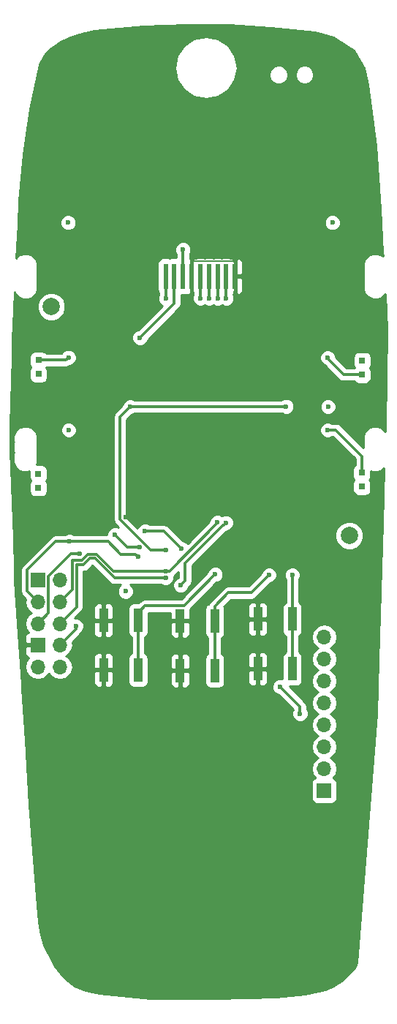
<source format=gbr>
G04 #@! TF.FileFunction,Copper,L1,Top,Signal*
%FSLAX46Y46*%
G04 Gerber Fmt 4.6, Leading zero omitted, Abs format (unit mm)*
G04 Created by KiCad (PCBNEW 4.0.6) date Sat Nov 10 09:15:38 2018*
%MOMM*%
%LPD*%
G01*
G04 APERTURE LIST*
%ADD10C,0.100000*%
%ADD11R,0.800000X0.800000*%
%ADD12R,1.700000X1.700000*%
%ADD13O,1.700000X1.700000*%
%ADD14C,2.000000*%
%ADD15R,0.600000X3.000000*%
%ADD16R,1.000000X2.750000*%
%ADD17C,0.600000*%
%ADD18C,0.300000*%
%ADD19C,0.200000*%
%ADD20C,0.254000*%
G04 APERTURE END LIST*
D10*
D11*
X78030000Y-85170000D03*
X78030000Y-83570000D03*
X77980000Y-96540000D03*
X77980000Y-98140000D03*
X40530000Y-96660000D03*
X40530000Y-98260000D03*
X40540000Y-83500000D03*
X40540000Y-85100000D03*
D12*
X40460000Y-108920000D03*
D13*
X43000000Y-108920000D03*
X40460000Y-111460000D03*
X43000000Y-111460000D03*
X40460000Y-114000000D03*
X43000000Y-114000000D03*
D12*
X40460000Y-116460000D03*
D13*
X43000000Y-116460000D03*
X40460000Y-119000000D03*
X43000000Y-119000000D03*
D14*
X76530000Y-103800000D03*
D15*
X63280000Y-73800000D03*
X62280000Y-73800000D03*
X61280000Y-73800000D03*
X60280000Y-73800000D03*
X55280000Y-73800000D03*
X56280000Y-73800000D03*
X59280000Y-73800000D03*
X58280000Y-73800000D03*
X57280000Y-73800000D03*
D14*
X42030000Y-77300000D03*
D12*
X73634600Y-133324600D03*
D13*
X73634600Y-130784600D03*
X73634600Y-128244600D03*
X73634600Y-125704600D03*
X73634600Y-123164600D03*
X73634600Y-120624600D03*
X73634600Y-118084600D03*
X73634600Y-115544600D03*
D16*
X48088800Y-119359400D03*
X48088800Y-113609400D03*
X52088800Y-113609400D03*
X52088800Y-119359400D03*
X56946800Y-119430800D03*
X56946800Y-113680800D03*
X60946800Y-113680800D03*
X60946800Y-119430800D03*
X65938400Y-119227600D03*
X65938400Y-113477600D03*
X69938400Y-113477600D03*
X69938400Y-119227600D03*
D17*
X50630000Y-110260010D03*
X57280000Y-70720000D03*
X40540000Y-85100000D03*
X40530000Y-98260000D03*
X78120000Y-98220000D03*
X78120000Y-83570000D03*
X44020000Y-83190000D03*
X74030000Y-83220000D03*
X70600000Y-52230000D03*
X53030000Y-110260010D03*
X42760000Y-100420000D03*
X52230000Y-101650000D03*
X50630000Y-101650000D03*
X57020000Y-109560000D03*
X62260000Y-102310000D03*
X62280000Y-76320000D03*
X44136096Y-104500012D03*
X52080000Y-106250000D03*
X55280000Y-108700000D03*
X61270373Y-102300373D03*
X61280000Y-76330000D03*
X55280000Y-107900000D03*
X55270000Y-76350000D03*
X69230000Y-88850000D03*
X51160000Y-88880000D03*
X74070000Y-88880000D03*
X55280000Y-105500000D03*
X59290000Y-76330000D03*
X60290000Y-76320000D03*
X45300000Y-105880000D03*
X44879990Y-114300000D03*
X74020000Y-91590000D03*
X40530000Y-96660000D03*
X44040000Y-91580000D03*
X52300000Y-80890000D03*
X68503800Y-121285000D03*
X70840600Y-124409200D03*
X52882800Y-103301800D03*
X52238579Y-105139821D03*
X49414619Y-103729959D03*
X57099200Y-105308400D03*
X69933800Y-108356400D03*
X43980000Y-67580000D03*
X74580000Y-67580000D03*
X67233800Y-108356400D03*
X61010800Y-108305600D03*
D18*
X57280000Y-70720000D02*
X57280000Y-73800000D01*
X40540000Y-83500000D02*
X43710000Y-83500000D01*
X43710000Y-83500000D02*
X44020000Y-83190000D01*
X78030000Y-85170000D02*
X75880000Y-85170000D01*
X75880000Y-85170000D02*
X74030000Y-83320000D01*
X74030000Y-83320000D02*
X74030000Y-83220000D01*
D19*
X58280000Y-73800000D02*
X58280000Y-72100000D01*
X58280000Y-72100000D02*
X58380001Y-71999999D01*
X63280000Y-72100000D02*
X63280000Y-73800000D01*
X58380001Y-71999999D02*
X63179999Y-71999999D01*
X63179999Y-71999999D02*
X63280000Y-72100000D01*
D18*
X40460000Y-116460000D02*
X39310000Y-116460000D01*
X39310000Y-116460000D02*
X38500000Y-115650000D01*
X50630000Y-101650000D02*
X52230000Y-101650000D01*
X44136096Y-104500012D02*
X42549986Y-104500012D01*
X42549986Y-104500012D02*
X39259999Y-107789999D01*
X39259999Y-107789999D02*
X39259999Y-110259999D01*
X39259999Y-110259999D02*
X40460000Y-111460000D01*
X57530000Y-106960000D02*
X57530000Y-109050000D01*
X57530000Y-109050000D02*
X57020000Y-109560000D01*
X61880001Y-102609999D02*
X57530000Y-106960000D01*
X62260000Y-102310000D02*
X61960001Y-102609999D01*
X61960001Y-102609999D02*
X61880001Y-102609999D01*
X62280000Y-73800000D02*
X62280000Y-76320000D01*
X52080000Y-106250000D02*
X51780001Y-105950001D01*
X51780001Y-105950001D02*
X50070001Y-105950001D01*
X50070001Y-105950001D02*
X48620012Y-104500012D01*
X44136096Y-104500012D02*
X48620012Y-104500012D01*
X44950010Y-107180010D02*
X44950010Y-112049990D01*
X44950010Y-112049990D02*
X43000000Y-114000000D01*
X45737988Y-107180010D02*
X44950010Y-107180010D01*
X46467999Y-106449999D02*
X45737988Y-107180010D01*
X46467999Y-106449999D02*
X47092001Y-106449999D01*
X47092001Y-106449999D02*
X49342002Y-108700000D01*
X49342002Y-108700000D02*
X55280000Y-108700000D01*
X44450000Y-106680000D02*
X44450000Y-110010000D01*
X44450000Y-110010000D02*
X43000000Y-111460000D01*
X45530878Y-106680000D02*
X44450000Y-106680000D01*
X46260889Y-105949989D02*
X45530878Y-106680000D01*
X55280000Y-107900000D02*
X55730000Y-107900000D01*
X61270373Y-102359627D02*
X61270373Y-102300373D01*
X55730000Y-107900000D02*
X61270373Y-102359627D01*
X61280000Y-73800000D02*
X61280000Y-76330000D01*
X46260889Y-105949989D02*
X47299111Y-105949989D01*
X49249122Y-107900000D02*
X55280000Y-107900000D01*
X47299111Y-105949989D02*
X49249122Y-107900000D01*
X55280000Y-73800000D02*
X55280000Y-76340000D01*
X55280000Y-76340000D02*
X55270000Y-76350000D01*
X51160000Y-88880000D02*
X49979999Y-90060001D01*
X49979999Y-90060001D02*
X49979999Y-101962001D01*
X53517998Y-105500000D02*
X54230000Y-105500000D01*
X49979999Y-101962001D02*
X53517998Y-105500000D01*
X54230000Y-105500000D02*
X55280000Y-105500000D01*
X51160000Y-88880000D02*
X69200000Y-88880000D01*
X69200000Y-88880000D02*
X69230000Y-88850000D01*
X59280000Y-73800000D02*
X59280000Y-76320000D01*
X59280000Y-76320000D02*
X59290000Y-76330000D01*
X60290000Y-76320000D02*
X60290000Y-73810000D01*
X60290000Y-73810000D02*
X60280000Y-73800000D01*
X40460000Y-114000000D02*
X41660001Y-112799999D01*
X44263998Y-105880000D02*
X45300000Y-105880000D01*
X41660001Y-112799999D02*
X41660001Y-108483997D01*
X41660001Y-108483997D02*
X44263998Y-105880000D01*
X44879990Y-114300000D02*
X44879990Y-114580010D01*
X44879990Y-114580010D02*
X43000000Y-116460000D01*
X77980000Y-96540000D02*
X77980000Y-94600000D01*
X77980000Y-94600000D02*
X74970000Y-91590000D01*
X74970000Y-91590000D02*
X74020000Y-91590000D01*
X52300000Y-80890000D02*
X56280000Y-76910000D01*
X56280000Y-76910000D02*
X56280000Y-73800000D01*
X70840600Y-124409200D02*
X70840600Y-123621800D01*
X70840600Y-123621800D02*
X68503800Y-121285000D01*
X49414619Y-103729959D02*
X50824481Y-105139821D01*
X50824481Y-105139821D02*
X52238579Y-105139821D01*
X57099200Y-105308400D02*
X55092600Y-103301800D01*
X55092600Y-103301800D02*
X54043802Y-103301800D01*
X54043802Y-103301800D02*
X52882800Y-103301800D01*
X69938400Y-113477600D02*
X69938400Y-108361000D01*
X69938400Y-108361000D02*
X69933800Y-108356400D01*
X69938400Y-113477600D02*
X69938400Y-119227600D01*
X60946800Y-113680800D02*
X60946800Y-112005800D01*
X60946800Y-112005800D02*
X62538800Y-110413800D01*
X62538800Y-110413800D02*
X65176400Y-110413800D01*
X65176400Y-110413800D02*
X67233800Y-108356400D01*
X60946800Y-113680800D02*
X60946800Y-119430800D01*
X52088800Y-113609400D02*
X52088800Y-112734400D01*
X52088800Y-112734400D02*
X52888800Y-111934400D01*
X52888800Y-111934400D02*
X57382000Y-111934400D01*
X57382000Y-111934400D02*
X61010800Y-108305600D01*
X52088800Y-113609400D02*
X52088800Y-119359400D01*
D20*
G36*
X67444321Y-45007921D02*
X72561283Y-45499936D01*
X74702773Y-46151694D01*
X77025573Y-47609138D01*
X78229743Y-49660686D01*
X78650464Y-51624050D01*
X79643016Y-58671172D01*
X80091309Y-66043096D01*
X80391275Y-71042524D01*
X80391503Y-71043396D01*
X80391383Y-71044289D01*
X80418600Y-71479754D01*
X80315564Y-71376539D01*
X79806702Y-71165241D01*
X79255715Y-71164760D01*
X78746485Y-71375169D01*
X78356539Y-71764436D01*
X78145241Y-72273298D01*
X78144760Y-72824285D01*
X78145196Y-72825339D01*
X78144760Y-73324285D01*
X78186217Y-73424618D01*
X78145241Y-73523298D01*
X78144760Y-74074285D01*
X78145196Y-74075339D01*
X78144760Y-74574285D01*
X78186217Y-74674618D01*
X78145241Y-74773298D01*
X78144760Y-75324285D01*
X78355169Y-75833515D01*
X78744436Y-76223461D01*
X79253298Y-76434759D01*
X79804285Y-76435240D01*
X80313515Y-76224831D01*
X80674030Y-75864944D01*
X80839806Y-80009361D01*
X80690121Y-90986306D01*
X80671452Y-91733048D01*
X80315564Y-91376539D01*
X79806702Y-91165241D01*
X79255715Y-91164760D01*
X78746485Y-91375169D01*
X78356539Y-91764436D01*
X78145241Y-92273298D01*
X78144760Y-92824285D01*
X78145196Y-92825339D01*
X78144760Y-93324285D01*
X78186217Y-93424618D01*
X78145241Y-93523298D01*
X78145126Y-93654968D01*
X75525079Y-91034921D01*
X75270407Y-90864755D01*
X74970000Y-90805000D01*
X74557506Y-90805000D01*
X74550327Y-90797808D01*
X74206799Y-90655162D01*
X73834833Y-90654838D01*
X73491057Y-90796883D01*
X73227808Y-91059673D01*
X73085162Y-91403201D01*
X73084838Y-91775167D01*
X73226883Y-92118943D01*
X73489673Y-92382192D01*
X73833201Y-92524838D01*
X74205167Y-92525162D01*
X74548943Y-92383117D01*
X74557074Y-92375000D01*
X74644842Y-92375000D01*
X77195000Y-94925158D01*
X77195000Y-95633156D01*
X77128559Y-95675910D01*
X76983569Y-95888110D01*
X76932560Y-96140000D01*
X76932560Y-96940000D01*
X76976838Y-97175317D01*
X77083759Y-97341477D01*
X76983569Y-97488110D01*
X76932560Y-97740000D01*
X76932560Y-98540000D01*
X76976838Y-98775317D01*
X77115910Y-98991441D01*
X77328110Y-99136431D01*
X77580000Y-99187440D01*
X78380000Y-99187440D01*
X78615317Y-99143162D01*
X78831441Y-99004090D01*
X78976431Y-98791890D01*
X79027440Y-98540000D01*
X79027440Y-98472780D01*
X79054838Y-98406799D01*
X79055162Y-98034833D01*
X79027440Y-97967740D01*
X79027440Y-97740000D01*
X78983162Y-97504683D01*
X78876241Y-97338523D01*
X78976431Y-97191890D01*
X79027440Y-96940000D01*
X79027440Y-96340975D01*
X79253298Y-96434759D01*
X79804285Y-96435240D01*
X80313515Y-96224831D01*
X80556407Y-95982362D01*
X80340405Y-102376027D01*
X80340715Y-102377919D01*
X80340288Y-102379787D01*
X79890319Y-118178708D01*
X79690895Y-124460543D01*
X77399705Y-153249843D01*
X77235061Y-153710847D01*
X75600615Y-155345293D01*
X74714225Y-155921446D01*
X73781956Y-156320990D01*
X71387004Y-156847880D01*
X68053507Y-157191034D01*
X61042283Y-157389934D01*
X53534556Y-157340214D01*
X47564011Y-156797437D01*
X45966565Y-156421567D01*
X44746698Y-155924585D01*
X43954006Y-155352085D01*
X43084135Y-154527997D01*
X42452842Y-153671242D01*
X41164836Y-151238345D01*
X40845563Y-150052474D01*
X40604235Y-148507969D01*
X40407144Y-146635606D01*
X39508354Y-134951327D01*
X39058705Y-127517135D01*
X39057045Y-127510813D01*
X39058305Y-127500963D01*
X38640789Y-121470167D01*
X67568638Y-121470167D01*
X67710683Y-121813943D01*
X67973473Y-122077192D01*
X68317001Y-122219838D01*
X68328490Y-122219848D01*
X70030542Y-123921900D01*
X69905762Y-124222401D01*
X69905438Y-124594367D01*
X70047483Y-124938143D01*
X70310273Y-125201392D01*
X70653801Y-125344038D01*
X71025767Y-125344362D01*
X71369543Y-125202317D01*
X71632792Y-124939527D01*
X71775438Y-124595999D01*
X71775762Y-124224033D01*
X71633717Y-123880257D01*
X71625600Y-123872126D01*
X71625600Y-123621800D01*
X71624463Y-123616083D01*
X71565845Y-123321393D01*
X71395679Y-123066721D01*
X69578998Y-121250040D01*
X70438400Y-121250040D01*
X70673717Y-121205762D01*
X70889841Y-121066690D01*
X71034831Y-120854490D01*
X71085840Y-120602600D01*
X71085840Y-117852600D01*
X71041562Y-117617283D01*
X70902490Y-117401159D01*
X70723400Y-117278792D01*
X70723400Y-115544600D01*
X72120507Y-115544600D01*
X72233546Y-116112885D01*
X72555453Y-116594654D01*
X72884626Y-116814600D01*
X72555453Y-117034546D01*
X72233546Y-117516315D01*
X72120507Y-118084600D01*
X72233546Y-118652885D01*
X72555453Y-119134654D01*
X72884626Y-119354600D01*
X72555453Y-119574546D01*
X72233546Y-120056315D01*
X72120507Y-120624600D01*
X72233546Y-121192885D01*
X72555453Y-121674654D01*
X72884626Y-121894600D01*
X72555453Y-122114546D01*
X72233546Y-122596315D01*
X72120507Y-123164600D01*
X72233546Y-123732885D01*
X72555453Y-124214654D01*
X72884626Y-124434600D01*
X72555453Y-124654546D01*
X72233546Y-125136315D01*
X72120507Y-125704600D01*
X72233546Y-126272885D01*
X72555453Y-126754654D01*
X72884626Y-126974600D01*
X72555453Y-127194546D01*
X72233546Y-127676315D01*
X72120507Y-128244600D01*
X72233546Y-128812885D01*
X72555453Y-129294654D01*
X72884626Y-129514600D01*
X72555453Y-129734546D01*
X72233546Y-130216315D01*
X72120507Y-130784600D01*
X72233546Y-131352885D01*
X72555453Y-131834654D01*
X72597052Y-131862450D01*
X72549283Y-131871438D01*
X72333159Y-132010510D01*
X72188169Y-132222710D01*
X72137160Y-132474600D01*
X72137160Y-134174600D01*
X72181438Y-134409917D01*
X72320510Y-134626041D01*
X72532710Y-134771031D01*
X72784600Y-134822040D01*
X74484600Y-134822040D01*
X74719917Y-134777762D01*
X74936041Y-134638690D01*
X75081031Y-134426490D01*
X75132040Y-134174600D01*
X75132040Y-132474600D01*
X75087762Y-132239283D01*
X74948690Y-132023159D01*
X74736490Y-131878169D01*
X74669059Y-131864514D01*
X74713747Y-131834654D01*
X75035654Y-131352885D01*
X75148693Y-130784600D01*
X75035654Y-130216315D01*
X74713747Y-129734546D01*
X74384574Y-129514600D01*
X74713747Y-129294654D01*
X75035654Y-128812885D01*
X75148693Y-128244600D01*
X75035654Y-127676315D01*
X74713747Y-127194546D01*
X74384574Y-126974600D01*
X74713747Y-126754654D01*
X75035654Y-126272885D01*
X75148693Y-125704600D01*
X75035654Y-125136315D01*
X74713747Y-124654546D01*
X74384574Y-124434600D01*
X74713747Y-124214654D01*
X75035654Y-123732885D01*
X75148693Y-123164600D01*
X75035654Y-122596315D01*
X74713747Y-122114546D01*
X74384574Y-121894600D01*
X74713747Y-121674654D01*
X75035654Y-121192885D01*
X75148693Y-120624600D01*
X75035654Y-120056315D01*
X74713747Y-119574546D01*
X74384574Y-119354600D01*
X74713747Y-119134654D01*
X75035654Y-118652885D01*
X75148693Y-118084600D01*
X75035654Y-117516315D01*
X74713747Y-117034546D01*
X74384574Y-116814600D01*
X74713747Y-116594654D01*
X75035654Y-116112885D01*
X75148693Y-115544600D01*
X75035654Y-114976315D01*
X74713747Y-114494546D01*
X74231978Y-114172639D01*
X73663693Y-114059600D01*
X73605507Y-114059600D01*
X73037222Y-114172639D01*
X72555453Y-114494546D01*
X72233546Y-114976315D01*
X72120507Y-115544600D01*
X70723400Y-115544600D01*
X70723400Y-115423792D01*
X70889841Y-115316690D01*
X71034831Y-115104490D01*
X71085840Y-114852600D01*
X71085840Y-112102600D01*
X71041562Y-111867283D01*
X70902490Y-111651159D01*
X70723400Y-111528792D01*
X70723400Y-108889314D01*
X70725992Y-108886727D01*
X70868638Y-108543199D01*
X70868962Y-108171233D01*
X70726917Y-107827457D01*
X70464127Y-107564208D01*
X70120599Y-107421562D01*
X69748633Y-107421238D01*
X69404857Y-107563283D01*
X69141608Y-107826073D01*
X68998962Y-108169601D01*
X68998638Y-108541567D01*
X69140683Y-108885343D01*
X69153400Y-108898082D01*
X69153400Y-111531408D01*
X68986959Y-111638510D01*
X68841969Y-111850710D01*
X68790960Y-112102600D01*
X68790960Y-114852600D01*
X68835238Y-115087917D01*
X68974310Y-115304041D01*
X69153400Y-115426408D01*
X69153400Y-117281408D01*
X68986959Y-117388510D01*
X68841969Y-117600710D01*
X68790960Y-117852600D01*
X68790960Y-120391836D01*
X68690599Y-120350162D01*
X68318633Y-120349838D01*
X67974857Y-120491883D01*
X67711608Y-120754673D01*
X67568962Y-121098201D01*
X67568638Y-121470167D01*
X38640789Y-121470167D01*
X38608305Y-121000964D01*
X38608097Y-121000200D01*
X38608196Y-120999414D01*
X38108479Y-114003377D01*
X37809363Y-109018110D01*
X37772520Y-107789999D01*
X38474999Y-107789999D01*
X38474999Y-110259999D01*
X38534754Y-110560406D01*
X38704920Y-110815078D01*
X39012924Y-111123082D01*
X38945907Y-111460000D01*
X39058946Y-112028285D01*
X39380853Y-112510054D01*
X39710026Y-112730000D01*
X39380853Y-112949946D01*
X39058946Y-113431715D01*
X38945907Y-114000000D01*
X39058946Y-114568285D01*
X39363867Y-115024633D01*
X39250302Y-115071673D01*
X39071673Y-115250301D01*
X38975000Y-115483690D01*
X38975000Y-116174250D01*
X39133750Y-116333000D01*
X40333000Y-116333000D01*
X40333000Y-116313000D01*
X40587000Y-116313000D01*
X40587000Y-116333000D01*
X40607000Y-116333000D01*
X40607000Y-116587000D01*
X40587000Y-116587000D01*
X40587000Y-116607000D01*
X40333000Y-116607000D01*
X40333000Y-116587000D01*
X39133750Y-116587000D01*
X38975000Y-116745750D01*
X38975000Y-117436310D01*
X39071673Y-117669699D01*
X39250302Y-117848327D01*
X39424777Y-117920597D01*
X39380853Y-117949946D01*
X39058946Y-118431715D01*
X38945907Y-119000000D01*
X39058946Y-119568285D01*
X39380853Y-120050054D01*
X39862622Y-120371961D01*
X40430907Y-120485000D01*
X40489093Y-120485000D01*
X41057378Y-120371961D01*
X41539147Y-120050054D01*
X41730000Y-119764422D01*
X41920853Y-120050054D01*
X42402622Y-120371961D01*
X42970907Y-120485000D01*
X43029093Y-120485000D01*
X43597378Y-120371961D01*
X44079147Y-120050054D01*
X44349694Y-119645150D01*
X46953800Y-119645150D01*
X46953800Y-120860709D01*
X47050473Y-121094098D01*
X47229101Y-121272727D01*
X47462490Y-121369400D01*
X47803050Y-121369400D01*
X47961800Y-121210650D01*
X47961800Y-119486400D01*
X48215800Y-119486400D01*
X48215800Y-121210650D01*
X48374550Y-121369400D01*
X48715110Y-121369400D01*
X48948499Y-121272727D01*
X49127127Y-121094098D01*
X49223800Y-120860709D01*
X49223800Y-119645150D01*
X49065050Y-119486400D01*
X48215800Y-119486400D01*
X47961800Y-119486400D01*
X47112550Y-119486400D01*
X46953800Y-119645150D01*
X44349694Y-119645150D01*
X44401054Y-119568285D01*
X44514093Y-119000000D01*
X44401054Y-118431715D01*
X44079147Y-117949946D01*
X43941677Y-117858091D01*
X46953800Y-117858091D01*
X46953800Y-119073650D01*
X47112550Y-119232400D01*
X47961800Y-119232400D01*
X47961800Y-117508150D01*
X48215800Y-117508150D01*
X48215800Y-119232400D01*
X49065050Y-119232400D01*
X49223800Y-119073650D01*
X49223800Y-117858091D01*
X49127127Y-117624702D01*
X48948499Y-117446073D01*
X48715110Y-117349400D01*
X48374550Y-117349400D01*
X48215800Y-117508150D01*
X47961800Y-117508150D01*
X47803050Y-117349400D01*
X47462490Y-117349400D01*
X47229101Y-117446073D01*
X47050473Y-117624702D01*
X46953800Y-117858091D01*
X43941677Y-117858091D01*
X43749974Y-117730000D01*
X44079147Y-117510054D01*
X44401054Y-117028285D01*
X44514093Y-116460000D01*
X44447076Y-116123082D01*
X45435069Y-115135089D01*
X45571644Y-114930690D01*
X45672182Y-114830327D01*
X45814828Y-114486799D01*
X45815152Y-114114833D01*
X45724382Y-113895150D01*
X46953800Y-113895150D01*
X46953800Y-115110709D01*
X47050473Y-115344098D01*
X47229101Y-115522727D01*
X47462490Y-115619400D01*
X47803050Y-115619400D01*
X47961800Y-115460650D01*
X47961800Y-113736400D01*
X48215800Y-113736400D01*
X48215800Y-115460650D01*
X48374550Y-115619400D01*
X48715110Y-115619400D01*
X48948499Y-115522727D01*
X49127127Y-115344098D01*
X49223800Y-115110709D01*
X49223800Y-113895150D01*
X49065050Y-113736400D01*
X48215800Y-113736400D01*
X47961800Y-113736400D01*
X47112550Y-113736400D01*
X46953800Y-113895150D01*
X45724382Y-113895150D01*
X45673107Y-113771057D01*
X45410317Y-113507808D01*
X45066789Y-113365162D01*
X44745276Y-113364882D01*
X45505089Y-112605069D01*
X45675255Y-112350396D01*
X45723453Y-112108091D01*
X46953800Y-112108091D01*
X46953800Y-113323650D01*
X47112550Y-113482400D01*
X47961800Y-113482400D01*
X47961800Y-111758150D01*
X48215800Y-111758150D01*
X48215800Y-113482400D01*
X49065050Y-113482400D01*
X49223800Y-113323650D01*
X49223800Y-112234400D01*
X50941360Y-112234400D01*
X50941360Y-114984400D01*
X50985638Y-115219717D01*
X51124710Y-115435841D01*
X51303800Y-115558208D01*
X51303800Y-117413208D01*
X51137359Y-117520310D01*
X50992369Y-117732510D01*
X50941360Y-117984400D01*
X50941360Y-120734400D01*
X50985638Y-120969717D01*
X51124710Y-121185841D01*
X51336910Y-121330831D01*
X51588800Y-121381840D01*
X52588800Y-121381840D01*
X52824117Y-121337562D01*
X53040241Y-121198490D01*
X53185231Y-120986290D01*
X53236240Y-120734400D01*
X53236240Y-119716550D01*
X55811800Y-119716550D01*
X55811800Y-120932109D01*
X55908473Y-121165498D01*
X56087101Y-121344127D01*
X56320490Y-121440800D01*
X56661050Y-121440800D01*
X56819800Y-121282050D01*
X56819800Y-119557800D01*
X57073800Y-119557800D01*
X57073800Y-121282050D01*
X57232550Y-121440800D01*
X57573110Y-121440800D01*
X57806499Y-121344127D01*
X57985127Y-121165498D01*
X58081800Y-120932109D01*
X58081800Y-119716550D01*
X57923050Y-119557800D01*
X57073800Y-119557800D01*
X56819800Y-119557800D01*
X55970550Y-119557800D01*
X55811800Y-119716550D01*
X53236240Y-119716550D01*
X53236240Y-117984400D01*
X53225909Y-117929491D01*
X55811800Y-117929491D01*
X55811800Y-119145050D01*
X55970550Y-119303800D01*
X56819800Y-119303800D01*
X56819800Y-117579550D01*
X57073800Y-117579550D01*
X57073800Y-119303800D01*
X57923050Y-119303800D01*
X58081800Y-119145050D01*
X58081800Y-117929491D01*
X57985127Y-117696102D01*
X57806499Y-117517473D01*
X57573110Y-117420800D01*
X57232550Y-117420800D01*
X57073800Y-117579550D01*
X56819800Y-117579550D01*
X56661050Y-117420800D01*
X56320490Y-117420800D01*
X56087101Y-117517473D01*
X55908473Y-117696102D01*
X55811800Y-117929491D01*
X53225909Y-117929491D01*
X53191962Y-117749083D01*
X53052890Y-117532959D01*
X52873800Y-117410592D01*
X52873800Y-115555592D01*
X53040241Y-115448490D01*
X53185231Y-115236290D01*
X53236240Y-114984400D01*
X53236240Y-113966550D01*
X55811800Y-113966550D01*
X55811800Y-115182109D01*
X55908473Y-115415498D01*
X56087101Y-115594127D01*
X56320490Y-115690800D01*
X56661050Y-115690800D01*
X56819800Y-115532050D01*
X56819800Y-113807800D01*
X57073800Y-113807800D01*
X57073800Y-115532050D01*
X57232550Y-115690800D01*
X57573110Y-115690800D01*
X57806499Y-115594127D01*
X57985127Y-115415498D01*
X58081800Y-115182109D01*
X58081800Y-113966550D01*
X57923050Y-113807800D01*
X57073800Y-113807800D01*
X56819800Y-113807800D01*
X55970550Y-113807800D01*
X55811800Y-113966550D01*
X53236240Y-113966550D01*
X53236240Y-112719400D01*
X55811800Y-112719400D01*
X55811800Y-113395050D01*
X55970550Y-113553800D01*
X56819800Y-113553800D01*
X56819800Y-113533800D01*
X57073800Y-113533800D01*
X57073800Y-113553800D01*
X57923050Y-113553800D01*
X58081800Y-113395050D01*
X58081800Y-112344758D01*
X58120758Y-112305800D01*
X59799360Y-112305800D01*
X59799360Y-115055800D01*
X59843638Y-115291117D01*
X59982710Y-115507241D01*
X60161800Y-115629608D01*
X60161800Y-117484608D01*
X59995359Y-117591710D01*
X59850369Y-117803910D01*
X59799360Y-118055800D01*
X59799360Y-120805800D01*
X59843638Y-121041117D01*
X59982710Y-121257241D01*
X60194910Y-121402231D01*
X60446800Y-121453240D01*
X61446800Y-121453240D01*
X61682117Y-121408962D01*
X61898241Y-121269890D01*
X62043231Y-121057690D01*
X62094240Y-120805800D01*
X62094240Y-119513350D01*
X64803400Y-119513350D01*
X64803400Y-120728909D01*
X64900073Y-120962298D01*
X65078701Y-121140927D01*
X65312090Y-121237600D01*
X65652650Y-121237600D01*
X65811400Y-121078850D01*
X65811400Y-119354600D01*
X66065400Y-119354600D01*
X66065400Y-121078850D01*
X66224150Y-121237600D01*
X66564710Y-121237600D01*
X66798099Y-121140927D01*
X66976727Y-120962298D01*
X67073400Y-120728909D01*
X67073400Y-119513350D01*
X66914650Y-119354600D01*
X66065400Y-119354600D01*
X65811400Y-119354600D01*
X64962150Y-119354600D01*
X64803400Y-119513350D01*
X62094240Y-119513350D01*
X62094240Y-118055800D01*
X62049962Y-117820483D01*
X61989352Y-117726291D01*
X64803400Y-117726291D01*
X64803400Y-118941850D01*
X64962150Y-119100600D01*
X65811400Y-119100600D01*
X65811400Y-117376350D01*
X66065400Y-117376350D01*
X66065400Y-119100600D01*
X66914650Y-119100600D01*
X67073400Y-118941850D01*
X67073400Y-117726291D01*
X66976727Y-117492902D01*
X66798099Y-117314273D01*
X66564710Y-117217600D01*
X66224150Y-117217600D01*
X66065400Y-117376350D01*
X65811400Y-117376350D01*
X65652650Y-117217600D01*
X65312090Y-117217600D01*
X65078701Y-117314273D01*
X64900073Y-117492902D01*
X64803400Y-117726291D01*
X61989352Y-117726291D01*
X61910890Y-117604359D01*
X61731800Y-117481992D01*
X61731800Y-115626992D01*
X61898241Y-115519890D01*
X62043231Y-115307690D01*
X62094240Y-115055800D01*
X62094240Y-113763350D01*
X64803400Y-113763350D01*
X64803400Y-114978909D01*
X64900073Y-115212298D01*
X65078701Y-115390927D01*
X65312090Y-115487600D01*
X65652650Y-115487600D01*
X65811400Y-115328850D01*
X65811400Y-113604600D01*
X66065400Y-113604600D01*
X66065400Y-115328850D01*
X66224150Y-115487600D01*
X66564710Y-115487600D01*
X66798099Y-115390927D01*
X66976727Y-115212298D01*
X67073400Y-114978909D01*
X67073400Y-113763350D01*
X66914650Y-113604600D01*
X66065400Y-113604600D01*
X65811400Y-113604600D01*
X64962150Y-113604600D01*
X64803400Y-113763350D01*
X62094240Y-113763350D01*
X62094240Y-112305800D01*
X62049962Y-112070483D01*
X62027375Y-112035383D01*
X62086467Y-111976291D01*
X64803400Y-111976291D01*
X64803400Y-113191850D01*
X64962150Y-113350600D01*
X65811400Y-113350600D01*
X65811400Y-111626350D01*
X66065400Y-111626350D01*
X66065400Y-113350600D01*
X66914650Y-113350600D01*
X67073400Y-113191850D01*
X67073400Y-111976291D01*
X66976727Y-111742902D01*
X66798099Y-111564273D01*
X66564710Y-111467600D01*
X66224150Y-111467600D01*
X66065400Y-111626350D01*
X65811400Y-111626350D01*
X65652650Y-111467600D01*
X65312090Y-111467600D01*
X65078701Y-111564273D01*
X64900073Y-111742902D01*
X64803400Y-111976291D01*
X62086467Y-111976291D01*
X62863958Y-111198800D01*
X65176400Y-111198800D01*
X65476807Y-111139045D01*
X65731479Y-110968879D01*
X67408805Y-109291553D01*
X67418967Y-109291562D01*
X67762743Y-109149517D01*
X68025992Y-108886727D01*
X68168638Y-108543199D01*
X68168962Y-108171233D01*
X68026917Y-107827457D01*
X67764127Y-107564208D01*
X67420599Y-107421562D01*
X67048633Y-107421238D01*
X66704857Y-107563283D01*
X66441608Y-107826073D01*
X66298962Y-108169601D01*
X66298952Y-108181090D01*
X64851242Y-109628800D01*
X62538800Y-109628800D01*
X62238393Y-109688555D01*
X61983721Y-109858721D01*
X60391721Y-111450721D01*
X60225109Y-111700074D01*
X60211483Y-111702638D01*
X59995359Y-111841710D01*
X59850369Y-112053910D01*
X59799360Y-112305800D01*
X58120758Y-112305800D01*
X61185805Y-109240753D01*
X61195967Y-109240762D01*
X61539743Y-109098717D01*
X61802992Y-108835927D01*
X61945638Y-108492399D01*
X61945962Y-108120433D01*
X61803917Y-107776657D01*
X61541127Y-107513408D01*
X61197599Y-107370762D01*
X60825633Y-107370438D01*
X60481857Y-107512483D01*
X60218608Y-107775273D01*
X60075962Y-108118801D01*
X60075952Y-108130290D01*
X57056842Y-111149400D01*
X52888800Y-111149400D01*
X52588394Y-111209155D01*
X52333721Y-111379321D01*
X52126082Y-111586960D01*
X51588800Y-111586960D01*
X51353483Y-111631238D01*
X51137359Y-111770310D01*
X50992369Y-111982510D01*
X50941360Y-112234400D01*
X49223800Y-112234400D01*
X49223800Y-112108091D01*
X49127127Y-111874702D01*
X48948499Y-111696073D01*
X48715110Y-111599400D01*
X48374550Y-111599400D01*
X48215800Y-111758150D01*
X47961800Y-111758150D01*
X47803050Y-111599400D01*
X47462490Y-111599400D01*
X47229101Y-111696073D01*
X47050473Y-111874702D01*
X46953800Y-112108091D01*
X45723453Y-112108091D01*
X45735011Y-112049990D01*
X45735010Y-112049985D01*
X45735010Y-107965010D01*
X45737988Y-107965010D01*
X46038395Y-107905255D01*
X46293067Y-107735089D01*
X46780000Y-107248156D01*
X48786923Y-109255079D01*
X49041596Y-109425245D01*
X49342002Y-109485000D01*
X50082918Y-109485000D01*
X49837808Y-109729683D01*
X49695162Y-110073211D01*
X49694838Y-110445177D01*
X49836883Y-110788953D01*
X50099673Y-111052202D01*
X50443201Y-111194848D01*
X50815167Y-111195172D01*
X51158943Y-111053127D01*
X51422192Y-110790337D01*
X51564838Y-110446809D01*
X51565162Y-110074843D01*
X51423117Y-109731067D01*
X51177479Y-109485000D01*
X54742494Y-109485000D01*
X54749673Y-109492192D01*
X55093201Y-109634838D01*
X55465167Y-109635162D01*
X55808943Y-109493117D01*
X56072192Y-109230327D01*
X56214838Y-108886799D01*
X56215162Y-108514833D01*
X56210941Y-108504617D01*
X56285079Y-108455079D01*
X56745000Y-107995158D01*
X56745000Y-108661956D01*
X56491057Y-108766883D01*
X56227808Y-109029673D01*
X56085162Y-109373201D01*
X56084838Y-109745167D01*
X56226883Y-110088943D01*
X56489673Y-110352192D01*
X56833201Y-110494838D01*
X57205167Y-110495162D01*
X57548943Y-110353117D01*
X57812192Y-110090327D01*
X57954838Y-109746799D01*
X57954848Y-109735310D01*
X58085079Y-109605079D01*
X58255245Y-109350406D01*
X58315000Y-109050000D01*
X58315000Y-107285158D01*
X61476363Y-104123795D01*
X74894716Y-104123795D01*
X75143106Y-104724943D01*
X75602637Y-105185278D01*
X76203352Y-105434716D01*
X76853795Y-105435284D01*
X77454943Y-105186894D01*
X77915278Y-104727363D01*
X78164716Y-104126648D01*
X78165284Y-103476205D01*
X77916894Y-102875057D01*
X77457363Y-102414722D01*
X76856648Y-102165284D01*
X76206205Y-102164716D01*
X75605057Y-102413106D01*
X75144722Y-102872637D01*
X74895284Y-103473352D01*
X74894716Y-104123795D01*
X61476363Y-104123795D01*
X62273988Y-103326170D01*
X62395291Y-103245119D01*
X62445167Y-103245162D01*
X62788943Y-103103117D01*
X63052192Y-102840327D01*
X63194838Y-102496799D01*
X63195162Y-102124833D01*
X63053117Y-101781057D01*
X62790327Y-101517808D01*
X62446799Y-101375162D01*
X62074833Y-101374838D01*
X61776469Y-101498119D01*
X61457172Y-101365535D01*
X61085206Y-101365211D01*
X60741430Y-101507256D01*
X60478181Y-101770046D01*
X60335535Y-102113574D01*
X60335473Y-102184369D01*
X57816417Y-104703425D01*
X57629527Y-104516208D01*
X57285999Y-104373562D01*
X57274510Y-104373552D01*
X55647679Y-102746721D01*
X55393007Y-102576555D01*
X55092600Y-102516800D01*
X53420306Y-102516800D01*
X53413127Y-102509608D01*
X53069599Y-102366962D01*
X52697633Y-102366638D01*
X52353857Y-102508683D01*
X52090608Y-102771473D01*
X52034574Y-102906418D01*
X50764999Y-101636843D01*
X50764999Y-90385159D01*
X51335005Y-89815153D01*
X51345167Y-89815162D01*
X51688943Y-89673117D01*
X51697074Y-89665000D01*
X68754600Y-89665000D01*
X69043201Y-89784838D01*
X69415167Y-89785162D01*
X69758943Y-89643117D01*
X70022192Y-89380327D01*
X70153058Y-89065167D01*
X73134838Y-89065167D01*
X73276883Y-89408943D01*
X73539673Y-89672192D01*
X73883201Y-89814838D01*
X74255167Y-89815162D01*
X74598943Y-89673117D01*
X74862192Y-89410327D01*
X75004838Y-89066799D01*
X75005162Y-88694833D01*
X74863117Y-88351057D01*
X74600327Y-88087808D01*
X74256799Y-87945162D01*
X73884833Y-87944838D01*
X73541057Y-88086883D01*
X73277808Y-88349673D01*
X73135162Y-88693201D01*
X73134838Y-89065167D01*
X70153058Y-89065167D01*
X70164838Y-89036799D01*
X70165162Y-88664833D01*
X70023117Y-88321057D01*
X69760327Y-88057808D01*
X69416799Y-87915162D01*
X69044833Y-87914838D01*
X68701057Y-88056883D01*
X68662873Y-88095000D01*
X51697506Y-88095000D01*
X51690327Y-88087808D01*
X51346799Y-87945162D01*
X50974833Y-87944838D01*
X50631057Y-88086883D01*
X50367808Y-88349673D01*
X50225162Y-88693201D01*
X50225152Y-88704690D01*
X49424920Y-89504922D01*
X49254754Y-89759594D01*
X49254754Y-89759595D01*
X49194999Y-90060001D01*
X49194999Y-101962001D01*
X49254754Y-102262408D01*
X49424920Y-102517080D01*
X49775067Y-102867227D01*
X49601418Y-102795121D01*
X49229452Y-102794797D01*
X48885676Y-102936842D01*
X48622427Y-103199632D01*
X48479781Y-103543160D01*
X48479631Y-103715012D01*
X44673602Y-103715012D01*
X44666423Y-103707820D01*
X44322895Y-103565174D01*
X43950929Y-103564850D01*
X43607153Y-103706895D01*
X43599022Y-103715012D01*
X42549986Y-103715012D01*
X42249579Y-103774767D01*
X41994907Y-103944933D01*
X38704920Y-107234920D01*
X38534754Y-107489592D01*
X38534754Y-107489593D01*
X38474999Y-107789999D01*
X37772520Y-107789999D01*
X37659681Y-104028710D01*
X37659303Y-104027070D01*
X37659574Y-104025411D01*
X37310000Y-93937704D01*
X37310000Y-92824285D01*
X37644760Y-92824285D01*
X37686217Y-92924618D01*
X37645241Y-93023298D01*
X37644760Y-93574285D01*
X37645196Y-93575339D01*
X37644760Y-94074285D01*
X37686217Y-94174618D01*
X37645241Y-94273298D01*
X37644760Y-94824285D01*
X37645196Y-94825339D01*
X37644760Y-95324285D01*
X37855169Y-95833515D01*
X38244436Y-96223461D01*
X38753298Y-96434759D01*
X39304285Y-96435240D01*
X39482560Y-96361578D01*
X39482560Y-97060000D01*
X39526838Y-97295317D01*
X39633759Y-97461477D01*
X39533569Y-97608110D01*
X39482560Y-97860000D01*
X39482560Y-98660000D01*
X39526838Y-98895317D01*
X39665910Y-99111441D01*
X39878110Y-99256431D01*
X40130000Y-99307440D01*
X40930000Y-99307440D01*
X41165317Y-99263162D01*
X41381441Y-99124090D01*
X41526431Y-98911890D01*
X41577440Y-98660000D01*
X41577440Y-97860000D01*
X41533162Y-97624683D01*
X41426241Y-97458523D01*
X41526431Y-97311890D01*
X41577440Y-97060000D01*
X41577440Y-96260000D01*
X41533162Y-96024683D01*
X41394090Y-95808559D01*
X41181890Y-95663569D01*
X40930000Y-95612560D01*
X40296060Y-95612560D01*
X40414759Y-95326702D01*
X40415240Y-94775715D01*
X40414804Y-94774661D01*
X40415240Y-94275715D01*
X40373783Y-94175382D01*
X40414759Y-94076702D01*
X40415240Y-93525715D01*
X40414804Y-93524661D01*
X40415240Y-93025715D01*
X40373783Y-92925382D01*
X40414759Y-92826702D01*
X40415240Y-92275715D01*
X40204831Y-91766485D01*
X40203516Y-91765167D01*
X43104838Y-91765167D01*
X43246883Y-92108943D01*
X43509673Y-92372192D01*
X43853201Y-92514838D01*
X44225167Y-92515162D01*
X44568943Y-92373117D01*
X44832192Y-92110327D01*
X44974838Y-91766799D01*
X44975162Y-91394833D01*
X44833117Y-91051057D01*
X44570327Y-90787808D01*
X44226799Y-90645162D01*
X43854833Y-90644838D01*
X43511057Y-90786883D01*
X43247808Y-91049673D01*
X43105162Y-91393201D01*
X43104838Y-91765167D01*
X40203516Y-91765167D01*
X39815564Y-91376539D01*
X39306702Y-91165241D01*
X38755715Y-91164760D01*
X38246485Y-91375169D01*
X37856539Y-91764436D01*
X37645241Y-92273298D01*
X37644760Y-92824285D01*
X37310000Y-92824285D01*
X37310000Y-90959247D01*
X37514515Y-83100000D01*
X39492560Y-83100000D01*
X39492560Y-83900000D01*
X39536838Y-84135317D01*
X39643759Y-84301477D01*
X39543569Y-84448110D01*
X39492560Y-84700000D01*
X39492560Y-85500000D01*
X39536838Y-85735317D01*
X39675910Y-85951441D01*
X39888110Y-86096431D01*
X40140000Y-86147440D01*
X40940000Y-86147440D01*
X41175317Y-86103162D01*
X41391441Y-85964090D01*
X41536431Y-85751890D01*
X41587440Y-85500000D01*
X41587440Y-84700000D01*
X41543162Y-84464683D01*
X41436241Y-84298523D01*
X41445481Y-84285000D01*
X43710000Y-84285000D01*
X44010407Y-84225245D01*
X44160251Y-84125123D01*
X44205167Y-84125162D01*
X44548943Y-83983117D01*
X44812192Y-83720327D01*
X44943058Y-83405167D01*
X73094838Y-83405167D01*
X73236883Y-83748943D01*
X73499673Y-84012192D01*
X73691821Y-84091979D01*
X75324921Y-85725079D01*
X75579593Y-85895245D01*
X75880000Y-85955000D01*
X77123156Y-85955000D01*
X77165910Y-86021441D01*
X77378110Y-86166431D01*
X77630000Y-86217440D01*
X78430000Y-86217440D01*
X78665317Y-86173162D01*
X78881441Y-86034090D01*
X79026431Y-85821890D01*
X79077440Y-85570000D01*
X79077440Y-84770000D01*
X79033162Y-84534683D01*
X78926241Y-84368523D01*
X79026431Y-84221890D01*
X79077440Y-83970000D01*
X79077440Y-83170000D01*
X79033162Y-82934683D01*
X78894090Y-82718559D01*
X78681890Y-82573569D01*
X78430000Y-82522560D01*
X77630000Y-82522560D01*
X77394683Y-82566838D01*
X77178559Y-82705910D01*
X77033569Y-82918110D01*
X76982560Y-83170000D01*
X76982560Y-83970000D01*
X77026838Y-84205317D01*
X77133759Y-84371477D01*
X77124519Y-84385000D01*
X76205158Y-84385000D01*
X74965066Y-83144908D01*
X74965162Y-83034833D01*
X74823117Y-82691057D01*
X74560327Y-82427808D01*
X74216799Y-82285162D01*
X73844833Y-82284838D01*
X73501057Y-82426883D01*
X73237808Y-82689673D01*
X73095162Y-83033201D01*
X73094838Y-83405167D01*
X44943058Y-83405167D01*
X44954838Y-83376799D01*
X44955162Y-83004833D01*
X44813117Y-82661057D01*
X44550327Y-82397808D01*
X44206799Y-82255162D01*
X43834833Y-82254838D01*
X43491057Y-82396883D01*
X43227808Y-82659673D01*
X43204834Y-82715000D01*
X41446844Y-82715000D01*
X41404090Y-82648559D01*
X41191890Y-82503569D01*
X40940000Y-82452560D01*
X40140000Y-82452560D01*
X39904683Y-82496838D01*
X39688559Y-82635910D01*
X39543569Y-82848110D01*
X39492560Y-83100000D01*
X37514515Y-83100000D01*
X37567205Y-81075167D01*
X51364838Y-81075167D01*
X51506883Y-81418943D01*
X51769673Y-81682192D01*
X52113201Y-81824838D01*
X52485167Y-81825162D01*
X52828943Y-81683117D01*
X53092192Y-81420327D01*
X53234838Y-81076799D01*
X53234848Y-81065310D01*
X56835079Y-77465079D01*
X57005245Y-77210407D01*
X57065000Y-76910000D01*
X57065000Y-75947440D01*
X57580000Y-75947440D01*
X57788850Y-75908142D01*
X57853691Y-75935000D01*
X57994250Y-75935000D01*
X58153000Y-75776250D01*
X58153000Y-75586182D01*
X58176431Y-75551890D01*
X58227440Y-75300000D01*
X58227440Y-72300000D01*
X58332560Y-72300000D01*
X58332560Y-75300000D01*
X58376838Y-75535317D01*
X58407000Y-75582190D01*
X58407000Y-75776250D01*
X58478037Y-75847287D01*
X58355162Y-76143201D01*
X58354838Y-76515167D01*
X58496883Y-76858943D01*
X58759673Y-77122192D01*
X59103201Y-77264838D01*
X59475167Y-77265162D01*
X59802422Y-77129943D01*
X60103201Y-77254838D01*
X60475167Y-77255162D01*
X60773268Y-77131990D01*
X61093201Y-77264838D01*
X61465167Y-77265162D01*
X61792422Y-77129943D01*
X62093201Y-77254838D01*
X62465167Y-77255162D01*
X62808943Y-77113117D01*
X63072192Y-76850327D01*
X63214838Y-76506799D01*
X63215162Y-76134833D01*
X63092144Y-75837106D01*
X63153000Y-75776250D01*
X63153000Y-75586182D01*
X63176431Y-75551890D01*
X63227440Y-75300000D01*
X63227440Y-73927000D01*
X63407000Y-73927000D01*
X63407000Y-75776250D01*
X63565750Y-75935000D01*
X63706309Y-75935000D01*
X63939698Y-75838327D01*
X64118327Y-75659699D01*
X64215000Y-75426310D01*
X64215000Y-74085750D01*
X64056250Y-73927000D01*
X63407000Y-73927000D01*
X63227440Y-73927000D01*
X63227440Y-72300000D01*
X63183162Y-72064683D01*
X63153000Y-72017810D01*
X63153000Y-71823750D01*
X63407000Y-71823750D01*
X63407000Y-73673000D01*
X64056250Y-73673000D01*
X64215000Y-73514250D01*
X64215000Y-72173690D01*
X64118327Y-71940301D01*
X63939698Y-71761673D01*
X63706309Y-71665000D01*
X63565750Y-71665000D01*
X63407000Y-71823750D01*
X63153000Y-71823750D01*
X62994250Y-71665000D01*
X62853691Y-71665000D01*
X62783993Y-71693870D01*
X62580000Y-71652560D01*
X61980000Y-71652560D01*
X61772658Y-71691574D01*
X61580000Y-71652560D01*
X60980000Y-71652560D01*
X60772658Y-71691574D01*
X60580000Y-71652560D01*
X59980000Y-71652560D01*
X59772658Y-71691574D01*
X59580000Y-71652560D01*
X58980000Y-71652560D01*
X58771150Y-71691858D01*
X58706309Y-71665000D01*
X58565750Y-71665000D01*
X58407000Y-71823750D01*
X58407000Y-72013818D01*
X58383569Y-72048110D01*
X58332560Y-72300000D01*
X58227440Y-72300000D01*
X58183162Y-72064683D01*
X58153000Y-72017810D01*
X58153000Y-71823750D01*
X58065000Y-71735750D01*
X58065000Y-71257506D01*
X58072192Y-71250327D01*
X58214838Y-70906799D01*
X58215162Y-70534833D01*
X58073117Y-70191057D01*
X57810327Y-69927808D01*
X57466799Y-69785162D01*
X57094833Y-69784838D01*
X56751057Y-69926883D01*
X56487808Y-70189673D01*
X56345162Y-70533201D01*
X56344838Y-70905167D01*
X56486883Y-71248943D01*
X56495000Y-71257074D01*
X56495000Y-71652560D01*
X55980000Y-71652560D01*
X55772658Y-71691574D01*
X55580000Y-71652560D01*
X54980000Y-71652560D01*
X54744683Y-71696838D01*
X54528559Y-71835910D01*
X54383569Y-72048110D01*
X54332560Y-72300000D01*
X54332560Y-75300000D01*
X54376838Y-75535317D01*
X54495000Y-75718946D01*
X54495000Y-75802511D01*
X54477808Y-75819673D01*
X54335162Y-76163201D01*
X54334838Y-76535167D01*
X54476883Y-76878943D01*
X54739673Y-77142192D01*
X54879563Y-77200279D01*
X52124995Y-79954847D01*
X52114833Y-79954838D01*
X51771057Y-80096883D01*
X51507808Y-80359673D01*
X51365162Y-80703201D01*
X51364838Y-81075167D01*
X37567205Y-81075167D01*
X37657018Y-77623795D01*
X40394716Y-77623795D01*
X40643106Y-78224943D01*
X41102637Y-78685278D01*
X41703352Y-78934716D01*
X42353795Y-78935284D01*
X42954943Y-78686894D01*
X43415278Y-78227363D01*
X43664716Y-77626648D01*
X43665284Y-76976205D01*
X43416894Y-76375057D01*
X42957363Y-75914722D01*
X42356648Y-75665284D01*
X41706205Y-75664716D01*
X41105057Y-75913106D01*
X40644722Y-76372637D01*
X40395284Y-76973352D01*
X40394716Y-77623795D01*
X37657018Y-77623795D01*
X37659522Y-77527605D01*
X37759283Y-75601453D01*
X37855169Y-75833515D01*
X38244436Y-76223461D01*
X38753298Y-76434759D01*
X39304285Y-76435240D01*
X39813515Y-76224831D01*
X40203461Y-75835564D01*
X40414759Y-75326702D01*
X40415240Y-74775715D01*
X40414804Y-74774661D01*
X40415240Y-74275715D01*
X40373783Y-74175382D01*
X40414759Y-74076702D01*
X40415240Y-73525715D01*
X40373783Y-73425382D01*
X40414759Y-73326702D01*
X40415240Y-72775715D01*
X40414804Y-72774661D01*
X40415240Y-72275715D01*
X40204831Y-71766485D01*
X39815564Y-71376539D01*
X39306702Y-71165241D01*
X38755715Y-71164760D01*
X38246485Y-71375169D01*
X37963546Y-71657616D01*
X38165146Y-67765167D01*
X43044838Y-67765167D01*
X43186883Y-68108943D01*
X43449673Y-68372192D01*
X43793201Y-68514838D01*
X44165167Y-68515162D01*
X44508943Y-68373117D01*
X44772192Y-68110327D01*
X44914838Y-67766799D01*
X44914839Y-67765167D01*
X73644838Y-67765167D01*
X73786883Y-68108943D01*
X74049673Y-68372192D01*
X74393201Y-68514838D01*
X74765167Y-68515162D01*
X75108943Y-68373117D01*
X75372192Y-68110327D01*
X75514838Y-67766799D01*
X75515162Y-67394833D01*
X75373117Y-67051057D01*
X75110327Y-66787808D01*
X74766799Y-66645162D01*
X74394833Y-66644838D01*
X74051057Y-66786883D01*
X73787808Y-67049673D01*
X73645162Y-67393201D01*
X73644838Y-67765167D01*
X44914839Y-67765167D01*
X44915162Y-67394833D01*
X44773117Y-67051057D01*
X44510327Y-66787808D01*
X44166799Y-66645162D01*
X43794833Y-66644838D01*
X43451057Y-66786883D01*
X43187808Y-67049673D01*
X43045162Y-67393201D01*
X43044838Y-67765167D01*
X38165146Y-67765167D01*
X38308305Y-65001107D01*
X38805354Y-59632982D01*
X39549259Y-54425641D01*
X40585483Y-49650000D01*
X56333112Y-49650000D01*
X56608431Y-51034123D01*
X57392474Y-52207526D01*
X58565877Y-52991569D01*
X59950000Y-53266888D01*
X61334123Y-52991569D01*
X62507526Y-52207526D01*
X63291569Y-51034123D01*
X63361039Y-50684873D01*
X67264812Y-50684873D01*
X67429646Y-51083800D01*
X67734595Y-51389282D01*
X68133233Y-51554811D01*
X68564873Y-51555188D01*
X68963800Y-51390354D01*
X69269282Y-51085405D01*
X69434811Y-50686767D01*
X69434812Y-50684873D01*
X70264812Y-50684873D01*
X70429646Y-51083800D01*
X70734595Y-51389282D01*
X71133233Y-51554811D01*
X71564873Y-51555188D01*
X71963800Y-51390354D01*
X72269282Y-51085405D01*
X72434811Y-50686767D01*
X72435188Y-50255127D01*
X72270354Y-49856200D01*
X71965405Y-49550718D01*
X71566767Y-49385189D01*
X71135127Y-49384812D01*
X70736200Y-49549646D01*
X70430718Y-49854595D01*
X70265189Y-50253233D01*
X70264812Y-50684873D01*
X69434812Y-50684873D01*
X69435188Y-50255127D01*
X69270354Y-49856200D01*
X68965405Y-49550718D01*
X68566767Y-49385189D01*
X68135127Y-49384812D01*
X67736200Y-49549646D01*
X67430718Y-49854595D01*
X67265189Y-50253233D01*
X67264812Y-50684873D01*
X63361039Y-50684873D01*
X63566888Y-49650000D01*
X63291569Y-48265877D01*
X62507526Y-47092474D01*
X61334123Y-46308431D01*
X59950000Y-46033112D01*
X58565877Y-46308431D01*
X57392474Y-47092474D01*
X56608431Y-48265877D01*
X56333112Y-49650000D01*
X40585483Y-49650000D01*
X40673723Y-49243331D01*
X41229433Y-48174659D01*
X42004659Y-47399433D01*
X43149979Y-46620615D01*
X44257454Y-46113023D01*
X45578830Y-45688294D01*
X47003693Y-45403322D01*
X52694489Y-44858985D01*
X57660657Y-44710000D01*
X62578286Y-44710000D01*
X67444321Y-45007921D01*
X67444321Y-45007921D01*
G37*
X67444321Y-45007921D02*
X72561283Y-45499936D01*
X74702773Y-46151694D01*
X77025573Y-47609138D01*
X78229743Y-49660686D01*
X78650464Y-51624050D01*
X79643016Y-58671172D01*
X80091309Y-66043096D01*
X80391275Y-71042524D01*
X80391503Y-71043396D01*
X80391383Y-71044289D01*
X80418600Y-71479754D01*
X80315564Y-71376539D01*
X79806702Y-71165241D01*
X79255715Y-71164760D01*
X78746485Y-71375169D01*
X78356539Y-71764436D01*
X78145241Y-72273298D01*
X78144760Y-72824285D01*
X78145196Y-72825339D01*
X78144760Y-73324285D01*
X78186217Y-73424618D01*
X78145241Y-73523298D01*
X78144760Y-74074285D01*
X78145196Y-74075339D01*
X78144760Y-74574285D01*
X78186217Y-74674618D01*
X78145241Y-74773298D01*
X78144760Y-75324285D01*
X78355169Y-75833515D01*
X78744436Y-76223461D01*
X79253298Y-76434759D01*
X79804285Y-76435240D01*
X80313515Y-76224831D01*
X80674030Y-75864944D01*
X80839806Y-80009361D01*
X80690121Y-90986306D01*
X80671452Y-91733048D01*
X80315564Y-91376539D01*
X79806702Y-91165241D01*
X79255715Y-91164760D01*
X78746485Y-91375169D01*
X78356539Y-91764436D01*
X78145241Y-92273298D01*
X78144760Y-92824285D01*
X78145196Y-92825339D01*
X78144760Y-93324285D01*
X78186217Y-93424618D01*
X78145241Y-93523298D01*
X78145126Y-93654968D01*
X75525079Y-91034921D01*
X75270407Y-90864755D01*
X74970000Y-90805000D01*
X74557506Y-90805000D01*
X74550327Y-90797808D01*
X74206799Y-90655162D01*
X73834833Y-90654838D01*
X73491057Y-90796883D01*
X73227808Y-91059673D01*
X73085162Y-91403201D01*
X73084838Y-91775167D01*
X73226883Y-92118943D01*
X73489673Y-92382192D01*
X73833201Y-92524838D01*
X74205167Y-92525162D01*
X74548943Y-92383117D01*
X74557074Y-92375000D01*
X74644842Y-92375000D01*
X77195000Y-94925158D01*
X77195000Y-95633156D01*
X77128559Y-95675910D01*
X76983569Y-95888110D01*
X76932560Y-96140000D01*
X76932560Y-96940000D01*
X76976838Y-97175317D01*
X77083759Y-97341477D01*
X76983569Y-97488110D01*
X76932560Y-97740000D01*
X76932560Y-98540000D01*
X76976838Y-98775317D01*
X77115910Y-98991441D01*
X77328110Y-99136431D01*
X77580000Y-99187440D01*
X78380000Y-99187440D01*
X78615317Y-99143162D01*
X78831441Y-99004090D01*
X78976431Y-98791890D01*
X79027440Y-98540000D01*
X79027440Y-98472780D01*
X79054838Y-98406799D01*
X79055162Y-98034833D01*
X79027440Y-97967740D01*
X79027440Y-97740000D01*
X78983162Y-97504683D01*
X78876241Y-97338523D01*
X78976431Y-97191890D01*
X79027440Y-96940000D01*
X79027440Y-96340975D01*
X79253298Y-96434759D01*
X79804285Y-96435240D01*
X80313515Y-96224831D01*
X80556407Y-95982362D01*
X80340405Y-102376027D01*
X80340715Y-102377919D01*
X80340288Y-102379787D01*
X79890319Y-118178708D01*
X79690895Y-124460543D01*
X77399705Y-153249843D01*
X77235061Y-153710847D01*
X75600615Y-155345293D01*
X74714225Y-155921446D01*
X73781956Y-156320990D01*
X71387004Y-156847880D01*
X68053507Y-157191034D01*
X61042283Y-157389934D01*
X53534556Y-157340214D01*
X47564011Y-156797437D01*
X45966565Y-156421567D01*
X44746698Y-155924585D01*
X43954006Y-155352085D01*
X43084135Y-154527997D01*
X42452842Y-153671242D01*
X41164836Y-151238345D01*
X40845563Y-150052474D01*
X40604235Y-148507969D01*
X40407144Y-146635606D01*
X39508354Y-134951327D01*
X39058705Y-127517135D01*
X39057045Y-127510813D01*
X39058305Y-127500963D01*
X38640789Y-121470167D01*
X67568638Y-121470167D01*
X67710683Y-121813943D01*
X67973473Y-122077192D01*
X68317001Y-122219838D01*
X68328490Y-122219848D01*
X70030542Y-123921900D01*
X69905762Y-124222401D01*
X69905438Y-124594367D01*
X70047483Y-124938143D01*
X70310273Y-125201392D01*
X70653801Y-125344038D01*
X71025767Y-125344362D01*
X71369543Y-125202317D01*
X71632792Y-124939527D01*
X71775438Y-124595999D01*
X71775762Y-124224033D01*
X71633717Y-123880257D01*
X71625600Y-123872126D01*
X71625600Y-123621800D01*
X71624463Y-123616083D01*
X71565845Y-123321393D01*
X71395679Y-123066721D01*
X69578998Y-121250040D01*
X70438400Y-121250040D01*
X70673717Y-121205762D01*
X70889841Y-121066690D01*
X71034831Y-120854490D01*
X71085840Y-120602600D01*
X71085840Y-117852600D01*
X71041562Y-117617283D01*
X70902490Y-117401159D01*
X70723400Y-117278792D01*
X70723400Y-115544600D01*
X72120507Y-115544600D01*
X72233546Y-116112885D01*
X72555453Y-116594654D01*
X72884626Y-116814600D01*
X72555453Y-117034546D01*
X72233546Y-117516315D01*
X72120507Y-118084600D01*
X72233546Y-118652885D01*
X72555453Y-119134654D01*
X72884626Y-119354600D01*
X72555453Y-119574546D01*
X72233546Y-120056315D01*
X72120507Y-120624600D01*
X72233546Y-121192885D01*
X72555453Y-121674654D01*
X72884626Y-121894600D01*
X72555453Y-122114546D01*
X72233546Y-122596315D01*
X72120507Y-123164600D01*
X72233546Y-123732885D01*
X72555453Y-124214654D01*
X72884626Y-124434600D01*
X72555453Y-124654546D01*
X72233546Y-125136315D01*
X72120507Y-125704600D01*
X72233546Y-126272885D01*
X72555453Y-126754654D01*
X72884626Y-126974600D01*
X72555453Y-127194546D01*
X72233546Y-127676315D01*
X72120507Y-128244600D01*
X72233546Y-128812885D01*
X72555453Y-129294654D01*
X72884626Y-129514600D01*
X72555453Y-129734546D01*
X72233546Y-130216315D01*
X72120507Y-130784600D01*
X72233546Y-131352885D01*
X72555453Y-131834654D01*
X72597052Y-131862450D01*
X72549283Y-131871438D01*
X72333159Y-132010510D01*
X72188169Y-132222710D01*
X72137160Y-132474600D01*
X72137160Y-134174600D01*
X72181438Y-134409917D01*
X72320510Y-134626041D01*
X72532710Y-134771031D01*
X72784600Y-134822040D01*
X74484600Y-134822040D01*
X74719917Y-134777762D01*
X74936041Y-134638690D01*
X75081031Y-134426490D01*
X75132040Y-134174600D01*
X75132040Y-132474600D01*
X75087762Y-132239283D01*
X74948690Y-132023159D01*
X74736490Y-131878169D01*
X74669059Y-131864514D01*
X74713747Y-131834654D01*
X75035654Y-131352885D01*
X75148693Y-130784600D01*
X75035654Y-130216315D01*
X74713747Y-129734546D01*
X74384574Y-129514600D01*
X74713747Y-129294654D01*
X75035654Y-128812885D01*
X75148693Y-128244600D01*
X75035654Y-127676315D01*
X74713747Y-127194546D01*
X74384574Y-126974600D01*
X74713747Y-126754654D01*
X75035654Y-126272885D01*
X75148693Y-125704600D01*
X75035654Y-125136315D01*
X74713747Y-124654546D01*
X74384574Y-124434600D01*
X74713747Y-124214654D01*
X75035654Y-123732885D01*
X75148693Y-123164600D01*
X75035654Y-122596315D01*
X74713747Y-122114546D01*
X74384574Y-121894600D01*
X74713747Y-121674654D01*
X75035654Y-121192885D01*
X75148693Y-120624600D01*
X75035654Y-120056315D01*
X74713747Y-119574546D01*
X74384574Y-119354600D01*
X74713747Y-119134654D01*
X75035654Y-118652885D01*
X75148693Y-118084600D01*
X75035654Y-117516315D01*
X74713747Y-117034546D01*
X74384574Y-116814600D01*
X74713747Y-116594654D01*
X75035654Y-116112885D01*
X75148693Y-115544600D01*
X75035654Y-114976315D01*
X74713747Y-114494546D01*
X74231978Y-114172639D01*
X73663693Y-114059600D01*
X73605507Y-114059600D01*
X73037222Y-114172639D01*
X72555453Y-114494546D01*
X72233546Y-114976315D01*
X72120507Y-115544600D01*
X70723400Y-115544600D01*
X70723400Y-115423792D01*
X70889841Y-115316690D01*
X71034831Y-115104490D01*
X71085840Y-114852600D01*
X71085840Y-112102600D01*
X71041562Y-111867283D01*
X70902490Y-111651159D01*
X70723400Y-111528792D01*
X70723400Y-108889314D01*
X70725992Y-108886727D01*
X70868638Y-108543199D01*
X70868962Y-108171233D01*
X70726917Y-107827457D01*
X70464127Y-107564208D01*
X70120599Y-107421562D01*
X69748633Y-107421238D01*
X69404857Y-107563283D01*
X69141608Y-107826073D01*
X68998962Y-108169601D01*
X68998638Y-108541567D01*
X69140683Y-108885343D01*
X69153400Y-108898082D01*
X69153400Y-111531408D01*
X68986959Y-111638510D01*
X68841969Y-111850710D01*
X68790960Y-112102600D01*
X68790960Y-114852600D01*
X68835238Y-115087917D01*
X68974310Y-115304041D01*
X69153400Y-115426408D01*
X69153400Y-117281408D01*
X68986959Y-117388510D01*
X68841969Y-117600710D01*
X68790960Y-117852600D01*
X68790960Y-120391836D01*
X68690599Y-120350162D01*
X68318633Y-120349838D01*
X67974857Y-120491883D01*
X67711608Y-120754673D01*
X67568962Y-121098201D01*
X67568638Y-121470167D01*
X38640789Y-121470167D01*
X38608305Y-121000964D01*
X38608097Y-121000200D01*
X38608196Y-120999414D01*
X38108479Y-114003377D01*
X37809363Y-109018110D01*
X37772520Y-107789999D01*
X38474999Y-107789999D01*
X38474999Y-110259999D01*
X38534754Y-110560406D01*
X38704920Y-110815078D01*
X39012924Y-111123082D01*
X38945907Y-111460000D01*
X39058946Y-112028285D01*
X39380853Y-112510054D01*
X39710026Y-112730000D01*
X39380853Y-112949946D01*
X39058946Y-113431715D01*
X38945907Y-114000000D01*
X39058946Y-114568285D01*
X39363867Y-115024633D01*
X39250302Y-115071673D01*
X39071673Y-115250301D01*
X38975000Y-115483690D01*
X38975000Y-116174250D01*
X39133750Y-116333000D01*
X40333000Y-116333000D01*
X40333000Y-116313000D01*
X40587000Y-116313000D01*
X40587000Y-116333000D01*
X40607000Y-116333000D01*
X40607000Y-116587000D01*
X40587000Y-116587000D01*
X40587000Y-116607000D01*
X40333000Y-116607000D01*
X40333000Y-116587000D01*
X39133750Y-116587000D01*
X38975000Y-116745750D01*
X38975000Y-117436310D01*
X39071673Y-117669699D01*
X39250302Y-117848327D01*
X39424777Y-117920597D01*
X39380853Y-117949946D01*
X39058946Y-118431715D01*
X38945907Y-119000000D01*
X39058946Y-119568285D01*
X39380853Y-120050054D01*
X39862622Y-120371961D01*
X40430907Y-120485000D01*
X40489093Y-120485000D01*
X41057378Y-120371961D01*
X41539147Y-120050054D01*
X41730000Y-119764422D01*
X41920853Y-120050054D01*
X42402622Y-120371961D01*
X42970907Y-120485000D01*
X43029093Y-120485000D01*
X43597378Y-120371961D01*
X44079147Y-120050054D01*
X44349694Y-119645150D01*
X46953800Y-119645150D01*
X46953800Y-120860709D01*
X47050473Y-121094098D01*
X47229101Y-121272727D01*
X47462490Y-121369400D01*
X47803050Y-121369400D01*
X47961800Y-121210650D01*
X47961800Y-119486400D01*
X48215800Y-119486400D01*
X48215800Y-121210650D01*
X48374550Y-121369400D01*
X48715110Y-121369400D01*
X48948499Y-121272727D01*
X49127127Y-121094098D01*
X49223800Y-120860709D01*
X49223800Y-119645150D01*
X49065050Y-119486400D01*
X48215800Y-119486400D01*
X47961800Y-119486400D01*
X47112550Y-119486400D01*
X46953800Y-119645150D01*
X44349694Y-119645150D01*
X44401054Y-119568285D01*
X44514093Y-119000000D01*
X44401054Y-118431715D01*
X44079147Y-117949946D01*
X43941677Y-117858091D01*
X46953800Y-117858091D01*
X46953800Y-119073650D01*
X47112550Y-119232400D01*
X47961800Y-119232400D01*
X47961800Y-117508150D01*
X48215800Y-117508150D01*
X48215800Y-119232400D01*
X49065050Y-119232400D01*
X49223800Y-119073650D01*
X49223800Y-117858091D01*
X49127127Y-117624702D01*
X48948499Y-117446073D01*
X48715110Y-117349400D01*
X48374550Y-117349400D01*
X48215800Y-117508150D01*
X47961800Y-117508150D01*
X47803050Y-117349400D01*
X47462490Y-117349400D01*
X47229101Y-117446073D01*
X47050473Y-117624702D01*
X46953800Y-117858091D01*
X43941677Y-117858091D01*
X43749974Y-117730000D01*
X44079147Y-117510054D01*
X44401054Y-117028285D01*
X44514093Y-116460000D01*
X44447076Y-116123082D01*
X45435069Y-115135089D01*
X45571644Y-114930690D01*
X45672182Y-114830327D01*
X45814828Y-114486799D01*
X45815152Y-114114833D01*
X45724382Y-113895150D01*
X46953800Y-113895150D01*
X46953800Y-115110709D01*
X47050473Y-115344098D01*
X47229101Y-115522727D01*
X47462490Y-115619400D01*
X47803050Y-115619400D01*
X47961800Y-115460650D01*
X47961800Y-113736400D01*
X48215800Y-113736400D01*
X48215800Y-115460650D01*
X48374550Y-115619400D01*
X48715110Y-115619400D01*
X48948499Y-115522727D01*
X49127127Y-115344098D01*
X49223800Y-115110709D01*
X49223800Y-113895150D01*
X49065050Y-113736400D01*
X48215800Y-113736400D01*
X47961800Y-113736400D01*
X47112550Y-113736400D01*
X46953800Y-113895150D01*
X45724382Y-113895150D01*
X45673107Y-113771057D01*
X45410317Y-113507808D01*
X45066789Y-113365162D01*
X44745276Y-113364882D01*
X45505089Y-112605069D01*
X45675255Y-112350396D01*
X45723453Y-112108091D01*
X46953800Y-112108091D01*
X46953800Y-113323650D01*
X47112550Y-113482400D01*
X47961800Y-113482400D01*
X47961800Y-111758150D01*
X48215800Y-111758150D01*
X48215800Y-113482400D01*
X49065050Y-113482400D01*
X49223800Y-113323650D01*
X49223800Y-112234400D01*
X50941360Y-112234400D01*
X50941360Y-114984400D01*
X50985638Y-115219717D01*
X51124710Y-115435841D01*
X51303800Y-115558208D01*
X51303800Y-117413208D01*
X51137359Y-117520310D01*
X50992369Y-117732510D01*
X50941360Y-117984400D01*
X50941360Y-120734400D01*
X50985638Y-120969717D01*
X51124710Y-121185841D01*
X51336910Y-121330831D01*
X51588800Y-121381840D01*
X52588800Y-121381840D01*
X52824117Y-121337562D01*
X53040241Y-121198490D01*
X53185231Y-120986290D01*
X53236240Y-120734400D01*
X53236240Y-119716550D01*
X55811800Y-119716550D01*
X55811800Y-120932109D01*
X55908473Y-121165498D01*
X56087101Y-121344127D01*
X56320490Y-121440800D01*
X56661050Y-121440800D01*
X56819800Y-121282050D01*
X56819800Y-119557800D01*
X57073800Y-119557800D01*
X57073800Y-121282050D01*
X57232550Y-121440800D01*
X57573110Y-121440800D01*
X57806499Y-121344127D01*
X57985127Y-121165498D01*
X58081800Y-120932109D01*
X58081800Y-119716550D01*
X57923050Y-119557800D01*
X57073800Y-119557800D01*
X56819800Y-119557800D01*
X55970550Y-119557800D01*
X55811800Y-119716550D01*
X53236240Y-119716550D01*
X53236240Y-117984400D01*
X53225909Y-117929491D01*
X55811800Y-117929491D01*
X55811800Y-119145050D01*
X55970550Y-119303800D01*
X56819800Y-119303800D01*
X56819800Y-117579550D01*
X57073800Y-117579550D01*
X57073800Y-119303800D01*
X57923050Y-119303800D01*
X58081800Y-119145050D01*
X58081800Y-117929491D01*
X57985127Y-117696102D01*
X57806499Y-117517473D01*
X57573110Y-117420800D01*
X57232550Y-117420800D01*
X57073800Y-117579550D01*
X56819800Y-117579550D01*
X56661050Y-117420800D01*
X56320490Y-117420800D01*
X56087101Y-117517473D01*
X55908473Y-117696102D01*
X55811800Y-117929491D01*
X53225909Y-117929491D01*
X53191962Y-117749083D01*
X53052890Y-117532959D01*
X52873800Y-117410592D01*
X52873800Y-115555592D01*
X53040241Y-115448490D01*
X53185231Y-115236290D01*
X53236240Y-114984400D01*
X53236240Y-113966550D01*
X55811800Y-113966550D01*
X55811800Y-115182109D01*
X55908473Y-115415498D01*
X56087101Y-115594127D01*
X56320490Y-115690800D01*
X56661050Y-115690800D01*
X56819800Y-115532050D01*
X56819800Y-113807800D01*
X57073800Y-113807800D01*
X57073800Y-115532050D01*
X57232550Y-115690800D01*
X57573110Y-115690800D01*
X57806499Y-115594127D01*
X57985127Y-115415498D01*
X58081800Y-115182109D01*
X58081800Y-113966550D01*
X57923050Y-113807800D01*
X57073800Y-113807800D01*
X56819800Y-113807800D01*
X55970550Y-113807800D01*
X55811800Y-113966550D01*
X53236240Y-113966550D01*
X53236240Y-112719400D01*
X55811800Y-112719400D01*
X55811800Y-113395050D01*
X55970550Y-113553800D01*
X56819800Y-113553800D01*
X56819800Y-113533800D01*
X57073800Y-113533800D01*
X57073800Y-113553800D01*
X57923050Y-113553800D01*
X58081800Y-113395050D01*
X58081800Y-112344758D01*
X58120758Y-112305800D01*
X59799360Y-112305800D01*
X59799360Y-115055800D01*
X59843638Y-115291117D01*
X59982710Y-115507241D01*
X60161800Y-115629608D01*
X60161800Y-117484608D01*
X59995359Y-117591710D01*
X59850369Y-117803910D01*
X59799360Y-118055800D01*
X59799360Y-120805800D01*
X59843638Y-121041117D01*
X59982710Y-121257241D01*
X60194910Y-121402231D01*
X60446800Y-121453240D01*
X61446800Y-121453240D01*
X61682117Y-121408962D01*
X61898241Y-121269890D01*
X62043231Y-121057690D01*
X62094240Y-120805800D01*
X62094240Y-119513350D01*
X64803400Y-119513350D01*
X64803400Y-120728909D01*
X64900073Y-120962298D01*
X65078701Y-121140927D01*
X65312090Y-121237600D01*
X65652650Y-121237600D01*
X65811400Y-121078850D01*
X65811400Y-119354600D01*
X66065400Y-119354600D01*
X66065400Y-121078850D01*
X66224150Y-121237600D01*
X66564710Y-121237600D01*
X66798099Y-121140927D01*
X66976727Y-120962298D01*
X67073400Y-120728909D01*
X67073400Y-119513350D01*
X66914650Y-119354600D01*
X66065400Y-119354600D01*
X65811400Y-119354600D01*
X64962150Y-119354600D01*
X64803400Y-119513350D01*
X62094240Y-119513350D01*
X62094240Y-118055800D01*
X62049962Y-117820483D01*
X61989352Y-117726291D01*
X64803400Y-117726291D01*
X64803400Y-118941850D01*
X64962150Y-119100600D01*
X65811400Y-119100600D01*
X65811400Y-117376350D01*
X66065400Y-117376350D01*
X66065400Y-119100600D01*
X66914650Y-119100600D01*
X67073400Y-118941850D01*
X67073400Y-117726291D01*
X66976727Y-117492902D01*
X66798099Y-117314273D01*
X66564710Y-117217600D01*
X66224150Y-117217600D01*
X66065400Y-117376350D01*
X65811400Y-117376350D01*
X65652650Y-117217600D01*
X65312090Y-117217600D01*
X65078701Y-117314273D01*
X64900073Y-117492902D01*
X64803400Y-117726291D01*
X61989352Y-117726291D01*
X61910890Y-117604359D01*
X61731800Y-117481992D01*
X61731800Y-115626992D01*
X61898241Y-115519890D01*
X62043231Y-115307690D01*
X62094240Y-115055800D01*
X62094240Y-113763350D01*
X64803400Y-113763350D01*
X64803400Y-114978909D01*
X64900073Y-115212298D01*
X65078701Y-115390927D01*
X65312090Y-115487600D01*
X65652650Y-115487600D01*
X65811400Y-115328850D01*
X65811400Y-113604600D01*
X66065400Y-113604600D01*
X66065400Y-115328850D01*
X66224150Y-115487600D01*
X66564710Y-115487600D01*
X66798099Y-115390927D01*
X66976727Y-115212298D01*
X67073400Y-114978909D01*
X67073400Y-113763350D01*
X66914650Y-113604600D01*
X66065400Y-113604600D01*
X65811400Y-113604600D01*
X64962150Y-113604600D01*
X64803400Y-113763350D01*
X62094240Y-113763350D01*
X62094240Y-112305800D01*
X62049962Y-112070483D01*
X62027375Y-112035383D01*
X62086467Y-111976291D01*
X64803400Y-111976291D01*
X64803400Y-113191850D01*
X64962150Y-113350600D01*
X65811400Y-113350600D01*
X65811400Y-111626350D01*
X66065400Y-111626350D01*
X66065400Y-113350600D01*
X66914650Y-113350600D01*
X67073400Y-113191850D01*
X67073400Y-111976291D01*
X66976727Y-111742902D01*
X66798099Y-111564273D01*
X66564710Y-111467600D01*
X66224150Y-111467600D01*
X66065400Y-111626350D01*
X65811400Y-111626350D01*
X65652650Y-111467600D01*
X65312090Y-111467600D01*
X65078701Y-111564273D01*
X64900073Y-111742902D01*
X64803400Y-111976291D01*
X62086467Y-111976291D01*
X62863958Y-111198800D01*
X65176400Y-111198800D01*
X65476807Y-111139045D01*
X65731479Y-110968879D01*
X67408805Y-109291553D01*
X67418967Y-109291562D01*
X67762743Y-109149517D01*
X68025992Y-108886727D01*
X68168638Y-108543199D01*
X68168962Y-108171233D01*
X68026917Y-107827457D01*
X67764127Y-107564208D01*
X67420599Y-107421562D01*
X67048633Y-107421238D01*
X66704857Y-107563283D01*
X66441608Y-107826073D01*
X66298962Y-108169601D01*
X66298952Y-108181090D01*
X64851242Y-109628800D01*
X62538800Y-109628800D01*
X62238393Y-109688555D01*
X61983721Y-109858721D01*
X60391721Y-111450721D01*
X60225109Y-111700074D01*
X60211483Y-111702638D01*
X59995359Y-111841710D01*
X59850369Y-112053910D01*
X59799360Y-112305800D01*
X58120758Y-112305800D01*
X61185805Y-109240753D01*
X61195967Y-109240762D01*
X61539743Y-109098717D01*
X61802992Y-108835927D01*
X61945638Y-108492399D01*
X61945962Y-108120433D01*
X61803917Y-107776657D01*
X61541127Y-107513408D01*
X61197599Y-107370762D01*
X60825633Y-107370438D01*
X60481857Y-107512483D01*
X60218608Y-107775273D01*
X60075962Y-108118801D01*
X60075952Y-108130290D01*
X57056842Y-111149400D01*
X52888800Y-111149400D01*
X52588394Y-111209155D01*
X52333721Y-111379321D01*
X52126082Y-111586960D01*
X51588800Y-111586960D01*
X51353483Y-111631238D01*
X51137359Y-111770310D01*
X50992369Y-111982510D01*
X50941360Y-112234400D01*
X49223800Y-112234400D01*
X49223800Y-112108091D01*
X49127127Y-111874702D01*
X48948499Y-111696073D01*
X48715110Y-111599400D01*
X48374550Y-111599400D01*
X48215800Y-111758150D01*
X47961800Y-111758150D01*
X47803050Y-111599400D01*
X47462490Y-111599400D01*
X47229101Y-111696073D01*
X47050473Y-111874702D01*
X46953800Y-112108091D01*
X45723453Y-112108091D01*
X45735011Y-112049990D01*
X45735010Y-112049985D01*
X45735010Y-107965010D01*
X45737988Y-107965010D01*
X46038395Y-107905255D01*
X46293067Y-107735089D01*
X46780000Y-107248156D01*
X48786923Y-109255079D01*
X49041596Y-109425245D01*
X49342002Y-109485000D01*
X50082918Y-109485000D01*
X49837808Y-109729683D01*
X49695162Y-110073211D01*
X49694838Y-110445177D01*
X49836883Y-110788953D01*
X50099673Y-111052202D01*
X50443201Y-111194848D01*
X50815167Y-111195172D01*
X51158943Y-111053127D01*
X51422192Y-110790337D01*
X51564838Y-110446809D01*
X51565162Y-110074843D01*
X51423117Y-109731067D01*
X51177479Y-109485000D01*
X54742494Y-109485000D01*
X54749673Y-109492192D01*
X55093201Y-109634838D01*
X55465167Y-109635162D01*
X55808943Y-109493117D01*
X56072192Y-109230327D01*
X56214838Y-108886799D01*
X56215162Y-108514833D01*
X56210941Y-108504617D01*
X56285079Y-108455079D01*
X56745000Y-107995158D01*
X56745000Y-108661956D01*
X56491057Y-108766883D01*
X56227808Y-109029673D01*
X56085162Y-109373201D01*
X56084838Y-109745167D01*
X56226883Y-110088943D01*
X56489673Y-110352192D01*
X56833201Y-110494838D01*
X57205167Y-110495162D01*
X57548943Y-110353117D01*
X57812192Y-110090327D01*
X57954838Y-109746799D01*
X57954848Y-109735310D01*
X58085079Y-109605079D01*
X58255245Y-109350406D01*
X58315000Y-109050000D01*
X58315000Y-107285158D01*
X61476363Y-104123795D01*
X74894716Y-104123795D01*
X75143106Y-104724943D01*
X75602637Y-105185278D01*
X76203352Y-105434716D01*
X76853795Y-105435284D01*
X77454943Y-105186894D01*
X77915278Y-104727363D01*
X78164716Y-104126648D01*
X78165284Y-103476205D01*
X77916894Y-102875057D01*
X77457363Y-102414722D01*
X76856648Y-102165284D01*
X76206205Y-102164716D01*
X75605057Y-102413106D01*
X75144722Y-102872637D01*
X74895284Y-103473352D01*
X74894716Y-104123795D01*
X61476363Y-104123795D01*
X62273988Y-103326170D01*
X62395291Y-103245119D01*
X62445167Y-103245162D01*
X62788943Y-103103117D01*
X63052192Y-102840327D01*
X63194838Y-102496799D01*
X63195162Y-102124833D01*
X63053117Y-101781057D01*
X62790327Y-101517808D01*
X62446799Y-101375162D01*
X62074833Y-101374838D01*
X61776469Y-101498119D01*
X61457172Y-101365535D01*
X61085206Y-101365211D01*
X60741430Y-101507256D01*
X60478181Y-101770046D01*
X60335535Y-102113574D01*
X60335473Y-102184369D01*
X57816417Y-104703425D01*
X57629527Y-104516208D01*
X57285999Y-104373562D01*
X57274510Y-104373552D01*
X55647679Y-102746721D01*
X55393007Y-102576555D01*
X55092600Y-102516800D01*
X53420306Y-102516800D01*
X53413127Y-102509608D01*
X53069599Y-102366962D01*
X52697633Y-102366638D01*
X52353857Y-102508683D01*
X52090608Y-102771473D01*
X52034574Y-102906418D01*
X50764999Y-101636843D01*
X50764999Y-90385159D01*
X51335005Y-89815153D01*
X51345167Y-89815162D01*
X51688943Y-89673117D01*
X51697074Y-89665000D01*
X68754600Y-89665000D01*
X69043201Y-89784838D01*
X69415167Y-89785162D01*
X69758943Y-89643117D01*
X70022192Y-89380327D01*
X70153058Y-89065167D01*
X73134838Y-89065167D01*
X73276883Y-89408943D01*
X73539673Y-89672192D01*
X73883201Y-89814838D01*
X74255167Y-89815162D01*
X74598943Y-89673117D01*
X74862192Y-89410327D01*
X75004838Y-89066799D01*
X75005162Y-88694833D01*
X74863117Y-88351057D01*
X74600327Y-88087808D01*
X74256799Y-87945162D01*
X73884833Y-87944838D01*
X73541057Y-88086883D01*
X73277808Y-88349673D01*
X73135162Y-88693201D01*
X73134838Y-89065167D01*
X70153058Y-89065167D01*
X70164838Y-89036799D01*
X70165162Y-88664833D01*
X70023117Y-88321057D01*
X69760327Y-88057808D01*
X69416799Y-87915162D01*
X69044833Y-87914838D01*
X68701057Y-88056883D01*
X68662873Y-88095000D01*
X51697506Y-88095000D01*
X51690327Y-88087808D01*
X51346799Y-87945162D01*
X50974833Y-87944838D01*
X50631057Y-88086883D01*
X50367808Y-88349673D01*
X50225162Y-88693201D01*
X50225152Y-88704690D01*
X49424920Y-89504922D01*
X49254754Y-89759594D01*
X49254754Y-89759595D01*
X49194999Y-90060001D01*
X49194999Y-101962001D01*
X49254754Y-102262408D01*
X49424920Y-102517080D01*
X49775067Y-102867227D01*
X49601418Y-102795121D01*
X49229452Y-102794797D01*
X48885676Y-102936842D01*
X48622427Y-103199632D01*
X48479781Y-103543160D01*
X48479631Y-103715012D01*
X44673602Y-103715012D01*
X44666423Y-103707820D01*
X44322895Y-103565174D01*
X43950929Y-103564850D01*
X43607153Y-103706895D01*
X43599022Y-103715012D01*
X42549986Y-103715012D01*
X42249579Y-103774767D01*
X41994907Y-103944933D01*
X38704920Y-107234920D01*
X38534754Y-107489592D01*
X38534754Y-107489593D01*
X38474999Y-107789999D01*
X37772520Y-107789999D01*
X37659681Y-104028710D01*
X37659303Y-104027070D01*
X37659574Y-104025411D01*
X37310000Y-93937704D01*
X37310000Y-92824285D01*
X37644760Y-92824285D01*
X37686217Y-92924618D01*
X37645241Y-93023298D01*
X37644760Y-93574285D01*
X37645196Y-93575339D01*
X37644760Y-94074285D01*
X37686217Y-94174618D01*
X37645241Y-94273298D01*
X37644760Y-94824285D01*
X37645196Y-94825339D01*
X37644760Y-95324285D01*
X37855169Y-95833515D01*
X38244436Y-96223461D01*
X38753298Y-96434759D01*
X39304285Y-96435240D01*
X39482560Y-96361578D01*
X39482560Y-97060000D01*
X39526838Y-97295317D01*
X39633759Y-97461477D01*
X39533569Y-97608110D01*
X39482560Y-97860000D01*
X39482560Y-98660000D01*
X39526838Y-98895317D01*
X39665910Y-99111441D01*
X39878110Y-99256431D01*
X40130000Y-99307440D01*
X40930000Y-99307440D01*
X41165317Y-99263162D01*
X41381441Y-99124090D01*
X41526431Y-98911890D01*
X41577440Y-98660000D01*
X41577440Y-97860000D01*
X41533162Y-97624683D01*
X41426241Y-97458523D01*
X41526431Y-97311890D01*
X41577440Y-97060000D01*
X41577440Y-96260000D01*
X41533162Y-96024683D01*
X41394090Y-95808559D01*
X41181890Y-95663569D01*
X40930000Y-95612560D01*
X40296060Y-95612560D01*
X40414759Y-95326702D01*
X40415240Y-94775715D01*
X40414804Y-94774661D01*
X40415240Y-94275715D01*
X40373783Y-94175382D01*
X40414759Y-94076702D01*
X40415240Y-93525715D01*
X40414804Y-93524661D01*
X40415240Y-93025715D01*
X40373783Y-92925382D01*
X40414759Y-92826702D01*
X40415240Y-92275715D01*
X40204831Y-91766485D01*
X40203516Y-91765167D01*
X43104838Y-91765167D01*
X43246883Y-92108943D01*
X43509673Y-92372192D01*
X43853201Y-92514838D01*
X44225167Y-92515162D01*
X44568943Y-92373117D01*
X44832192Y-92110327D01*
X44974838Y-91766799D01*
X44975162Y-91394833D01*
X44833117Y-91051057D01*
X44570327Y-90787808D01*
X44226799Y-90645162D01*
X43854833Y-90644838D01*
X43511057Y-90786883D01*
X43247808Y-91049673D01*
X43105162Y-91393201D01*
X43104838Y-91765167D01*
X40203516Y-91765167D01*
X39815564Y-91376539D01*
X39306702Y-91165241D01*
X38755715Y-91164760D01*
X38246485Y-91375169D01*
X37856539Y-91764436D01*
X37645241Y-92273298D01*
X37644760Y-92824285D01*
X37310000Y-92824285D01*
X37310000Y-90959247D01*
X37514515Y-83100000D01*
X39492560Y-83100000D01*
X39492560Y-83900000D01*
X39536838Y-84135317D01*
X39643759Y-84301477D01*
X39543569Y-84448110D01*
X39492560Y-84700000D01*
X39492560Y-85500000D01*
X39536838Y-85735317D01*
X39675910Y-85951441D01*
X39888110Y-86096431D01*
X40140000Y-86147440D01*
X40940000Y-86147440D01*
X41175317Y-86103162D01*
X41391441Y-85964090D01*
X41536431Y-85751890D01*
X41587440Y-85500000D01*
X41587440Y-84700000D01*
X41543162Y-84464683D01*
X41436241Y-84298523D01*
X41445481Y-84285000D01*
X43710000Y-84285000D01*
X44010407Y-84225245D01*
X44160251Y-84125123D01*
X44205167Y-84125162D01*
X44548943Y-83983117D01*
X44812192Y-83720327D01*
X44943058Y-83405167D01*
X73094838Y-83405167D01*
X73236883Y-83748943D01*
X73499673Y-84012192D01*
X73691821Y-84091979D01*
X75324921Y-85725079D01*
X75579593Y-85895245D01*
X75880000Y-85955000D01*
X77123156Y-85955000D01*
X77165910Y-86021441D01*
X77378110Y-86166431D01*
X77630000Y-86217440D01*
X78430000Y-86217440D01*
X78665317Y-86173162D01*
X78881441Y-86034090D01*
X79026431Y-85821890D01*
X79077440Y-85570000D01*
X79077440Y-84770000D01*
X79033162Y-84534683D01*
X78926241Y-84368523D01*
X79026431Y-84221890D01*
X79077440Y-83970000D01*
X79077440Y-83170000D01*
X79033162Y-82934683D01*
X78894090Y-82718559D01*
X78681890Y-82573569D01*
X78430000Y-82522560D01*
X77630000Y-82522560D01*
X77394683Y-82566838D01*
X77178559Y-82705910D01*
X77033569Y-82918110D01*
X76982560Y-83170000D01*
X76982560Y-83970000D01*
X77026838Y-84205317D01*
X77133759Y-84371477D01*
X77124519Y-84385000D01*
X76205158Y-84385000D01*
X74965066Y-83144908D01*
X74965162Y-83034833D01*
X74823117Y-82691057D01*
X74560327Y-82427808D01*
X74216799Y-82285162D01*
X73844833Y-82284838D01*
X73501057Y-82426883D01*
X73237808Y-82689673D01*
X73095162Y-83033201D01*
X73094838Y-83405167D01*
X44943058Y-83405167D01*
X44954838Y-83376799D01*
X44955162Y-83004833D01*
X44813117Y-82661057D01*
X44550327Y-82397808D01*
X44206799Y-82255162D01*
X43834833Y-82254838D01*
X43491057Y-82396883D01*
X43227808Y-82659673D01*
X43204834Y-82715000D01*
X41446844Y-82715000D01*
X41404090Y-82648559D01*
X41191890Y-82503569D01*
X40940000Y-82452560D01*
X40140000Y-82452560D01*
X39904683Y-82496838D01*
X39688559Y-82635910D01*
X39543569Y-82848110D01*
X39492560Y-83100000D01*
X37514515Y-83100000D01*
X37567205Y-81075167D01*
X51364838Y-81075167D01*
X51506883Y-81418943D01*
X51769673Y-81682192D01*
X52113201Y-81824838D01*
X52485167Y-81825162D01*
X52828943Y-81683117D01*
X53092192Y-81420327D01*
X53234838Y-81076799D01*
X53234848Y-81065310D01*
X56835079Y-77465079D01*
X57005245Y-77210407D01*
X57065000Y-76910000D01*
X57065000Y-75947440D01*
X57580000Y-75947440D01*
X57788850Y-75908142D01*
X57853691Y-75935000D01*
X57994250Y-75935000D01*
X58153000Y-75776250D01*
X58153000Y-75586182D01*
X58176431Y-75551890D01*
X58227440Y-75300000D01*
X58227440Y-72300000D01*
X58332560Y-72300000D01*
X58332560Y-75300000D01*
X58376838Y-75535317D01*
X58407000Y-75582190D01*
X58407000Y-75776250D01*
X58478037Y-75847287D01*
X58355162Y-76143201D01*
X58354838Y-76515167D01*
X58496883Y-76858943D01*
X58759673Y-77122192D01*
X59103201Y-77264838D01*
X59475167Y-77265162D01*
X59802422Y-77129943D01*
X60103201Y-77254838D01*
X60475167Y-77255162D01*
X60773268Y-77131990D01*
X61093201Y-77264838D01*
X61465167Y-77265162D01*
X61792422Y-77129943D01*
X62093201Y-77254838D01*
X62465167Y-77255162D01*
X62808943Y-77113117D01*
X63072192Y-76850327D01*
X63214838Y-76506799D01*
X63215162Y-76134833D01*
X63092144Y-75837106D01*
X63153000Y-75776250D01*
X63153000Y-75586182D01*
X63176431Y-75551890D01*
X63227440Y-75300000D01*
X63227440Y-73927000D01*
X63407000Y-73927000D01*
X63407000Y-75776250D01*
X63565750Y-75935000D01*
X63706309Y-75935000D01*
X63939698Y-75838327D01*
X64118327Y-75659699D01*
X64215000Y-75426310D01*
X64215000Y-74085750D01*
X64056250Y-73927000D01*
X63407000Y-73927000D01*
X63227440Y-73927000D01*
X63227440Y-72300000D01*
X63183162Y-72064683D01*
X63153000Y-72017810D01*
X63153000Y-71823750D01*
X63407000Y-71823750D01*
X63407000Y-73673000D01*
X64056250Y-73673000D01*
X64215000Y-73514250D01*
X64215000Y-72173690D01*
X64118327Y-71940301D01*
X63939698Y-71761673D01*
X63706309Y-71665000D01*
X63565750Y-71665000D01*
X63407000Y-71823750D01*
X63153000Y-71823750D01*
X62994250Y-71665000D01*
X62853691Y-71665000D01*
X62783993Y-71693870D01*
X62580000Y-71652560D01*
X61980000Y-71652560D01*
X61772658Y-71691574D01*
X61580000Y-71652560D01*
X60980000Y-71652560D01*
X60772658Y-71691574D01*
X60580000Y-71652560D01*
X59980000Y-71652560D01*
X59772658Y-71691574D01*
X59580000Y-71652560D01*
X58980000Y-71652560D01*
X58771150Y-71691858D01*
X58706309Y-71665000D01*
X58565750Y-71665000D01*
X58407000Y-71823750D01*
X58407000Y-72013818D01*
X58383569Y-72048110D01*
X58332560Y-72300000D01*
X58227440Y-72300000D01*
X58183162Y-72064683D01*
X58153000Y-72017810D01*
X58153000Y-71823750D01*
X58065000Y-71735750D01*
X58065000Y-71257506D01*
X58072192Y-71250327D01*
X58214838Y-70906799D01*
X58215162Y-70534833D01*
X58073117Y-70191057D01*
X57810327Y-69927808D01*
X57466799Y-69785162D01*
X57094833Y-69784838D01*
X56751057Y-69926883D01*
X56487808Y-70189673D01*
X56345162Y-70533201D01*
X56344838Y-70905167D01*
X56486883Y-71248943D01*
X56495000Y-71257074D01*
X56495000Y-71652560D01*
X55980000Y-71652560D01*
X55772658Y-71691574D01*
X55580000Y-71652560D01*
X54980000Y-71652560D01*
X54744683Y-71696838D01*
X54528559Y-71835910D01*
X54383569Y-72048110D01*
X54332560Y-72300000D01*
X54332560Y-75300000D01*
X54376838Y-75535317D01*
X54495000Y-75718946D01*
X54495000Y-75802511D01*
X54477808Y-75819673D01*
X54335162Y-76163201D01*
X54334838Y-76535167D01*
X54476883Y-76878943D01*
X54739673Y-77142192D01*
X54879563Y-77200279D01*
X52124995Y-79954847D01*
X52114833Y-79954838D01*
X51771057Y-80096883D01*
X51507808Y-80359673D01*
X51365162Y-80703201D01*
X51364838Y-81075167D01*
X37567205Y-81075167D01*
X37657018Y-77623795D01*
X40394716Y-77623795D01*
X40643106Y-78224943D01*
X41102637Y-78685278D01*
X41703352Y-78934716D01*
X42353795Y-78935284D01*
X42954943Y-78686894D01*
X43415278Y-78227363D01*
X43664716Y-77626648D01*
X43665284Y-76976205D01*
X43416894Y-76375057D01*
X42957363Y-75914722D01*
X42356648Y-75665284D01*
X41706205Y-75664716D01*
X41105057Y-75913106D01*
X40644722Y-76372637D01*
X40395284Y-76973352D01*
X40394716Y-77623795D01*
X37657018Y-77623795D01*
X37659522Y-77527605D01*
X37759283Y-75601453D01*
X37855169Y-75833515D01*
X38244436Y-76223461D01*
X38753298Y-76434759D01*
X39304285Y-76435240D01*
X39813515Y-76224831D01*
X40203461Y-75835564D01*
X40414759Y-75326702D01*
X40415240Y-74775715D01*
X40414804Y-74774661D01*
X40415240Y-74275715D01*
X40373783Y-74175382D01*
X40414759Y-74076702D01*
X40415240Y-73525715D01*
X40373783Y-73425382D01*
X40414759Y-73326702D01*
X40415240Y-72775715D01*
X40414804Y-72774661D01*
X40415240Y-72275715D01*
X40204831Y-71766485D01*
X39815564Y-71376539D01*
X39306702Y-71165241D01*
X38755715Y-71164760D01*
X38246485Y-71375169D01*
X37963546Y-71657616D01*
X38165146Y-67765167D01*
X43044838Y-67765167D01*
X43186883Y-68108943D01*
X43449673Y-68372192D01*
X43793201Y-68514838D01*
X44165167Y-68515162D01*
X44508943Y-68373117D01*
X44772192Y-68110327D01*
X44914838Y-67766799D01*
X44914839Y-67765167D01*
X73644838Y-67765167D01*
X73786883Y-68108943D01*
X74049673Y-68372192D01*
X74393201Y-68514838D01*
X74765167Y-68515162D01*
X75108943Y-68373117D01*
X75372192Y-68110327D01*
X75514838Y-67766799D01*
X75515162Y-67394833D01*
X75373117Y-67051057D01*
X75110327Y-66787808D01*
X74766799Y-66645162D01*
X74394833Y-66644838D01*
X74051057Y-66786883D01*
X73787808Y-67049673D01*
X73645162Y-67393201D01*
X73644838Y-67765167D01*
X44914839Y-67765167D01*
X44915162Y-67394833D01*
X44773117Y-67051057D01*
X44510327Y-66787808D01*
X44166799Y-66645162D01*
X43794833Y-66644838D01*
X43451057Y-66786883D01*
X43187808Y-67049673D01*
X43045162Y-67393201D01*
X43044838Y-67765167D01*
X38165146Y-67765167D01*
X38308305Y-65001107D01*
X38805354Y-59632982D01*
X39549259Y-54425641D01*
X40585483Y-49650000D01*
X56333112Y-49650000D01*
X56608431Y-51034123D01*
X57392474Y-52207526D01*
X58565877Y-52991569D01*
X59950000Y-53266888D01*
X61334123Y-52991569D01*
X62507526Y-52207526D01*
X63291569Y-51034123D01*
X63361039Y-50684873D01*
X67264812Y-50684873D01*
X67429646Y-51083800D01*
X67734595Y-51389282D01*
X68133233Y-51554811D01*
X68564873Y-51555188D01*
X68963800Y-51390354D01*
X69269282Y-51085405D01*
X69434811Y-50686767D01*
X69434812Y-50684873D01*
X70264812Y-50684873D01*
X70429646Y-51083800D01*
X70734595Y-51389282D01*
X71133233Y-51554811D01*
X71564873Y-51555188D01*
X71963800Y-51390354D01*
X72269282Y-51085405D01*
X72434811Y-50686767D01*
X72435188Y-50255127D01*
X72270354Y-49856200D01*
X71965405Y-49550718D01*
X71566767Y-49385189D01*
X71135127Y-49384812D01*
X70736200Y-49549646D01*
X70430718Y-49854595D01*
X70265189Y-50253233D01*
X70264812Y-50684873D01*
X69434812Y-50684873D01*
X69435188Y-50255127D01*
X69270354Y-49856200D01*
X68965405Y-49550718D01*
X68566767Y-49385189D01*
X68135127Y-49384812D01*
X67736200Y-49549646D01*
X67430718Y-49854595D01*
X67265189Y-50253233D01*
X67264812Y-50684873D01*
X63361039Y-50684873D01*
X63566888Y-49650000D01*
X63291569Y-48265877D01*
X62507526Y-47092474D01*
X61334123Y-46308431D01*
X59950000Y-46033112D01*
X58565877Y-46308431D01*
X57392474Y-47092474D01*
X56608431Y-48265877D01*
X56333112Y-49650000D01*
X40585483Y-49650000D01*
X40673723Y-49243331D01*
X41229433Y-48174659D01*
X42004659Y-47399433D01*
X43149979Y-46620615D01*
X44257454Y-46113023D01*
X45578830Y-45688294D01*
X47003693Y-45403322D01*
X52694489Y-44858985D01*
X57660657Y-44710000D01*
X62578286Y-44710000D01*
X67444321Y-45007921D01*
M02*

</source>
